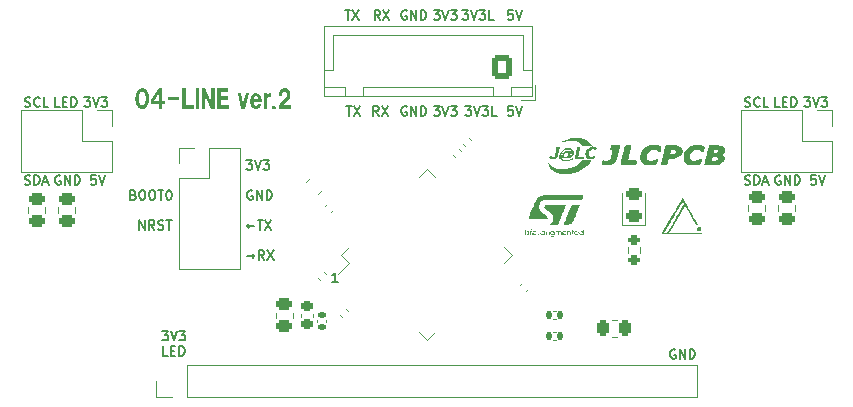
<source format=gbr>
%TF.GenerationSoftware,KiCad,Pcbnew,7.0.9*%
%TF.CreationDate,2024-06-25T21:03:02+09:00*%
%TF.ProjectId,04-line_sub,30342d6c-696e-4655-9f73-75622e6b6963,rev?*%
%TF.SameCoordinates,Original*%
%TF.FileFunction,Legend,Top*%
%TF.FilePolarity,Positive*%
%FSLAX46Y46*%
G04 Gerber Fmt 4.6, Leading zero omitted, Abs format (unit mm)*
G04 Created by KiCad (PCBNEW 7.0.9) date 2024-06-25 21:03:02*
%MOMM*%
%LPD*%
G01*
G04 APERTURE LIST*
G04 Aperture macros list*
%AMRoundRect*
0 Rectangle with rounded corners*
0 $1 Rounding radius*
0 $2 $3 $4 $5 $6 $7 $8 $9 X,Y pos of 4 corners*
0 Add a 4 corners polygon primitive as box body*
4,1,4,$2,$3,$4,$5,$6,$7,$8,$9,$2,$3,0*
0 Add four circle primitives for the rounded corners*
1,1,$1+$1,$2,$3*
1,1,$1+$1,$4,$5*
1,1,$1+$1,$6,$7*
1,1,$1+$1,$8,$9*
0 Add four rect primitives between the rounded corners*
20,1,$1+$1,$2,$3,$4,$5,0*
20,1,$1+$1,$4,$5,$6,$7,0*
20,1,$1+$1,$6,$7,$8,$9,0*
20,1,$1+$1,$8,$9,$2,$3,0*%
G04 Aperture macros list end*
%ADD10C,0.150000*%
%ADD11C,0.300000*%
%ADD12C,0.120000*%
%ADD13R,1.700000X1.700000*%
%ADD14O,1.700000X1.700000*%
%ADD15RoundRect,0.140000X-0.021213X0.219203X-0.219203X0.021213X0.021213X-0.219203X0.219203X-0.021213X0*%
%ADD16RoundRect,0.250000X-0.262500X-0.450000X0.262500X-0.450000X0.262500X0.450000X-0.262500X0.450000X0*%
%ADD17O,1.700000X1.950000*%
%ADD18RoundRect,0.250000X0.600000X0.725000X-0.600000X0.725000X-0.600000X-0.725000X0.600000X-0.725000X0*%
%ADD19RoundRect,0.075000X-0.441942X-0.548008X0.548008X0.441942X0.441942X0.548008X-0.548008X-0.441942X0*%
%ADD20RoundRect,0.075000X0.441942X-0.548008X0.548008X-0.441942X-0.441942X0.548008X-0.548008X0.441942X0*%
%ADD21RoundRect,0.250000X-0.450000X0.262500X-0.450000X-0.262500X0.450000X-0.262500X0.450000X0.262500X0*%
%ADD22RoundRect,0.225000X-0.250000X0.225000X-0.250000X-0.225000X0.250000X-0.225000X0.250000X0.225000X0*%
%ADD23RoundRect,0.140000X-0.170000X0.140000X-0.170000X-0.140000X0.170000X-0.140000X0.170000X0.140000X0*%
%ADD24RoundRect,0.140000X0.219203X0.021213X0.021213X0.219203X-0.219203X-0.021213X-0.021213X-0.219203X0*%
%ADD25RoundRect,0.140000X-0.219203X-0.021213X-0.021213X-0.219203X0.219203X0.021213X0.021213X0.219203X0*%
%ADD26RoundRect,0.200000X0.275000X-0.200000X0.275000X0.200000X-0.275000X0.200000X-0.275000X-0.200000X0*%
%ADD27RoundRect,0.250000X-0.132583X0.503814X-0.503814X0.132583X0.132583X-0.503814X0.503814X-0.132583X0*%
%ADD28RoundRect,0.243750X0.456250X-0.243750X0.456250X0.243750X-0.456250X0.243750X-0.456250X-0.243750X0*%
%ADD29RoundRect,0.140000X0.021213X-0.219203X0.219203X-0.021213X-0.021213X0.219203X-0.219203X0.021213X0*%
%ADD30RoundRect,0.140000X0.140000X0.170000X-0.140000X0.170000X-0.140000X-0.170000X0.140000X-0.170000X0*%
%ADD31RoundRect,0.140000X-0.140000X-0.170000X0.140000X-0.170000X0.140000X0.170000X-0.140000X0.170000X0*%
G04 APERTURE END LIST*
D10*
X108874112Y-85962295D02*
X108493160Y-85962295D01*
X108493160Y-85962295D02*
X108455064Y-86343247D01*
X108455064Y-86343247D02*
X108493160Y-86305152D01*
X108493160Y-86305152D02*
X108569350Y-86267057D01*
X108569350Y-86267057D02*
X108759826Y-86267057D01*
X108759826Y-86267057D02*
X108836017Y-86305152D01*
X108836017Y-86305152D02*
X108874112Y-86343247D01*
X108874112Y-86343247D02*
X108912207Y-86419438D01*
X108912207Y-86419438D02*
X108912207Y-86609914D01*
X108912207Y-86609914D02*
X108874112Y-86686104D01*
X108874112Y-86686104D02*
X108836017Y-86724200D01*
X108836017Y-86724200D02*
X108759826Y-86762295D01*
X108759826Y-86762295D02*
X108569350Y-86762295D01*
X108569350Y-86762295D02*
X108493160Y-86724200D01*
X108493160Y-86724200D02*
X108455064Y-86686104D01*
X109140779Y-85962295D02*
X109407446Y-86762295D01*
X109407446Y-86762295D02*
X109674112Y-85962295D01*
X94662874Y-77834295D02*
X95120017Y-77834295D01*
X94891445Y-78634295D02*
X94891445Y-77834295D01*
X95310493Y-77834295D02*
X95843827Y-78634295D01*
X95843827Y-77834295D02*
X95310493Y-78634295D01*
X94789874Y-85962295D02*
X95247017Y-85962295D01*
X95018445Y-86762295D02*
X95018445Y-85962295D01*
X95437493Y-85962295D02*
X95970827Y-86762295D01*
X95970827Y-85962295D02*
X95437493Y-86762295D01*
X94053207Y-100859295D02*
X93596064Y-100859295D01*
X93824636Y-100859295D02*
X93824636Y-100059295D01*
X93824636Y-100059295D02*
X93748445Y-100173580D01*
X93748445Y-100173580D02*
X93672255Y-100249771D01*
X93672255Y-100249771D02*
X93596064Y-100287866D01*
D11*
G36*
X77537907Y-84441187D02*
G01*
X77552949Y-84441830D01*
X77567791Y-84442902D01*
X77582434Y-84444402D01*
X77611121Y-84448688D01*
X77639009Y-84454689D01*
X77666098Y-84462404D01*
X77692389Y-84471833D01*
X77717882Y-84482978D01*
X77742575Y-84495836D01*
X77766471Y-84510409D01*
X77789567Y-84526696D01*
X77811865Y-84544698D01*
X77833365Y-84564415D01*
X77843815Y-84574916D01*
X77854066Y-84585846D01*
X77864117Y-84597204D01*
X77873969Y-84608991D01*
X77883620Y-84621207D01*
X77893072Y-84633851D01*
X77902325Y-84646924D01*
X77911378Y-84660425D01*
X77921168Y-84674127D01*
X77930663Y-84688120D01*
X77939864Y-84702405D01*
X77948770Y-84716983D01*
X77957381Y-84731852D01*
X77965697Y-84747013D01*
X77973718Y-84762466D01*
X77981445Y-84778211D01*
X77988877Y-84794248D01*
X77996014Y-84810577D01*
X78002856Y-84827198D01*
X78009403Y-84844111D01*
X78015656Y-84861316D01*
X78021613Y-84878813D01*
X78027276Y-84896601D01*
X78032644Y-84914682D01*
X78037718Y-84933055D01*
X78042496Y-84951719D01*
X78046980Y-84970676D01*
X78051169Y-84989924D01*
X78055063Y-85009464D01*
X78058662Y-85029297D01*
X78061966Y-85049421D01*
X78064976Y-85069837D01*
X78067691Y-85090545D01*
X78070111Y-85111546D01*
X78072236Y-85132838D01*
X78074066Y-85154422D01*
X78075602Y-85176298D01*
X78076843Y-85198465D01*
X78077789Y-85220925D01*
X78078440Y-85243677D01*
X78079832Y-85270017D01*
X78080848Y-85296050D01*
X78081489Y-85321777D01*
X78081754Y-85347198D01*
X78081644Y-85372312D01*
X78081158Y-85397121D01*
X78080296Y-85421623D01*
X78079058Y-85445819D01*
X78077445Y-85469708D01*
X78075456Y-85493291D01*
X78073091Y-85516568D01*
X78070351Y-85539539D01*
X78067235Y-85562204D01*
X78063744Y-85584562D01*
X78059877Y-85606614D01*
X78055634Y-85628360D01*
X78051015Y-85649799D01*
X78046021Y-85670932D01*
X78040651Y-85691759D01*
X78034905Y-85712280D01*
X78028784Y-85732494D01*
X78022287Y-85752403D01*
X78015415Y-85772004D01*
X78008167Y-85791300D01*
X78000543Y-85810289D01*
X77992543Y-85828973D01*
X77984168Y-85847350D01*
X77975417Y-85865420D01*
X77966291Y-85883185D01*
X77956788Y-85900643D01*
X77946910Y-85917795D01*
X77936657Y-85934640D01*
X77926559Y-85950711D01*
X77916278Y-85966272D01*
X77905814Y-85981323D01*
X77895166Y-85995863D01*
X77884335Y-86009893D01*
X77873322Y-86023413D01*
X77862125Y-86036423D01*
X77850744Y-86048923D01*
X77839181Y-86060912D01*
X77827435Y-86072392D01*
X77815505Y-86083361D01*
X77803392Y-86093820D01*
X77791096Y-86103768D01*
X77778616Y-86113207D01*
X77765954Y-86122135D01*
X77753108Y-86130553D01*
X77740080Y-86138461D01*
X77726868Y-86145859D01*
X77713472Y-86152747D01*
X77699894Y-86159124D01*
X77686132Y-86164991D01*
X77672188Y-86170348D01*
X77658060Y-86175195D01*
X77643749Y-86179532D01*
X77629254Y-86183358D01*
X77614577Y-86186674D01*
X77599716Y-86189480D01*
X77584672Y-86191776D01*
X77569445Y-86193562D01*
X77554035Y-86194837D01*
X77538442Y-86195603D01*
X77522665Y-86195858D01*
X77507452Y-86195652D01*
X77492404Y-86195034D01*
X77477522Y-86194003D01*
X77462805Y-86192561D01*
X77448253Y-86190706D01*
X77419645Y-86185760D01*
X77391698Y-86179165D01*
X77364413Y-86170922D01*
X77337788Y-86161030D01*
X77311825Y-86149490D01*
X77286523Y-86136301D01*
X77261882Y-86121463D01*
X77237903Y-86104977D01*
X77226161Y-86096115D01*
X77214584Y-86086842D01*
X77203173Y-86077156D01*
X77191927Y-86067058D01*
X77180846Y-86056548D01*
X77169931Y-86045626D01*
X77159180Y-86034291D01*
X77148596Y-86022545D01*
X77138176Y-86010386D01*
X77127922Y-85997815D01*
X77117833Y-85984832D01*
X77107516Y-85971130D01*
X77097494Y-85957136D01*
X77087767Y-85942849D01*
X77078334Y-85928269D01*
X77069196Y-85913396D01*
X77060354Y-85898231D01*
X77051806Y-85882773D01*
X77043552Y-85867023D01*
X77035594Y-85850980D01*
X77027930Y-85834644D01*
X77020562Y-85818016D01*
X77013488Y-85801095D01*
X77006708Y-85783881D01*
X77000224Y-85766374D01*
X76994035Y-85748575D01*
X76988140Y-85730484D01*
X76982540Y-85712099D01*
X76977235Y-85693422D01*
X76972224Y-85674452D01*
X76967509Y-85655190D01*
X76963088Y-85635635D01*
X76958962Y-85615787D01*
X76955131Y-85595647D01*
X76951595Y-85575214D01*
X76948353Y-85554488D01*
X76945407Y-85533470D01*
X76942755Y-85512159D01*
X76940398Y-85490555D01*
X76938336Y-85468659D01*
X76936568Y-85446470D01*
X76935096Y-85423988D01*
X76933918Y-85401214D01*
X76933593Y-85374844D01*
X76933624Y-85348766D01*
X76934013Y-85322981D01*
X76934057Y-85321484D01*
X77226547Y-85321484D01*
X77226656Y-85337798D01*
X77226941Y-85353953D01*
X77227400Y-85369947D01*
X77228035Y-85385781D01*
X77228846Y-85401454D01*
X77229831Y-85416967D01*
X77230992Y-85432320D01*
X77232329Y-85447513D01*
X77233840Y-85462545D01*
X77235527Y-85477418D01*
X77237389Y-85492129D01*
X77239427Y-85506681D01*
X77244028Y-85535303D01*
X77249330Y-85563284D01*
X77255334Y-85590624D01*
X77262039Y-85617323D01*
X77269445Y-85643381D01*
X77277552Y-85668797D01*
X77286360Y-85693572D01*
X77295620Y-85716865D01*
X77305354Y-85738841D01*
X77315564Y-85759501D01*
X77326248Y-85778844D01*
X77337408Y-85796870D01*
X77349043Y-85813580D01*
X77361153Y-85828973D01*
X77373738Y-85843049D01*
X77386798Y-85855809D01*
X77400334Y-85867252D01*
X77414344Y-85877379D01*
X77428830Y-85886188D01*
X77443791Y-85893682D01*
X77459227Y-85899858D01*
X77475138Y-85904718D01*
X77491524Y-85908262D01*
X77508855Y-85910530D01*
X77525768Y-85911382D01*
X77542263Y-85910816D01*
X77558340Y-85908834D01*
X77573999Y-85905435D01*
X77589240Y-85900620D01*
X77604064Y-85894387D01*
X77618469Y-85886738D01*
X77632457Y-85877672D01*
X77646027Y-85867189D01*
X77659179Y-85855289D01*
X77671913Y-85841973D01*
X77684229Y-85827240D01*
X77696127Y-85811089D01*
X77707608Y-85793523D01*
X77718670Y-85774539D01*
X77726586Y-85757942D01*
X77734120Y-85740576D01*
X77741275Y-85722439D01*
X77748048Y-85703533D01*
X77754441Y-85683857D01*
X77760453Y-85663410D01*
X77766084Y-85642194D01*
X77771335Y-85620208D01*
X77776205Y-85597452D01*
X77780694Y-85573926D01*
X77784803Y-85549630D01*
X77788531Y-85524564D01*
X77791879Y-85498728D01*
X77794845Y-85472122D01*
X77797431Y-85444747D01*
X77799637Y-85416601D01*
X77800587Y-85399798D01*
X77801378Y-85383140D01*
X77802010Y-85366628D01*
X77802482Y-85350260D01*
X77802794Y-85334038D01*
X77802947Y-85317962D01*
X77802940Y-85302030D01*
X77802774Y-85286244D01*
X77802448Y-85270603D01*
X77801962Y-85255107D01*
X77801317Y-85239757D01*
X77800512Y-85224552D01*
X77799548Y-85209492D01*
X77798424Y-85194577D01*
X77797141Y-85179808D01*
X77795698Y-85165184D01*
X77792334Y-85136371D01*
X77788331Y-85108139D01*
X77783690Y-85080489D01*
X77778410Y-85053420D01*
X77772493Y-85026931D01*
X77765937Y-85001024D01*
X77758743Y-84975697D01*
X77750910Y-84950952D01*
X77741684Y-84925782D01*
X77732048Y-84902111D01*
X77722003Y-84879940D01*
X77711549Y-84859269D01*
X77700685Y-84840098D01*
X77689412Y-84822427D01*
X77677730Y-84806255D01*
X77665639Y-84791584D01*
X77653138Y-84778412D01*
X77640228Y-84766740D01*
X77626909Y-84756567D01*
X77613180Y-84747895D01*
X77599042Y-84740722D01*
X77584495Y-84735049D01*
X77569538Y-84730876D01*
X77554173Y-84728203D01*
X77535854Y-84725883D01*
X77518086Y-84724785D01*
X77500867Y-84724910D01*
X77484197Y-84726256D01*
X77468077Y-84728825D01*
X77452506Y-84732616D01*
X77437486Y-84737629D01*
X77423014Y-84743865D01*
X77409092Y-84751322D01*
X77395720Y-84760002D01*
X77382897Y-84769904D01*
X77370624Y-84781028D01*
X77358900Y-84793374D01*
X77347726Y-84806942D01*
X77337102Y-84821733D01*
X77327027Y-84837745D01*
X77317115Y-84856327D01*
X77307712Y-84875618D01*
X77298820Y-84895620D01*
X77290436Y-84916331D01*
X77282562Y-84937751D01*
X77275198Y-84959882D01*
X77268343Y-84982723D01*
X77261997Y-85006273D01*
X77256161Y-85030533D01*
X77250834Y-85055503D01*
X77246017Y-85081183D01*
X77241710Y-85107573D01*
X77237911Y-85134672D01*
X77234623Y-85162482D01*
X77231844Y-85191001D01*
X77229574Y-85220230D01*
X77228631Y-85237506D01*
X77227864Y-85254622D01*
X77227272Y-85271578D01*
X77226855Y-85288374D01*
X77226613Y-85305009D01*
X77226547Y-85321484D01*
X76934057Y-85321484D01*
X76934759Y-85297487D01*
X76935862Y-85272285D01*
X76937322Y-85247375D01*
X76939140Y-85222757D01*
X76941314Y-85198431D01*
X76943845Y-85174397D01*
X76946733Y-85150655D01*
X76949979Y-85127205D01*
X76953581Y-85104047D01*
X76957541Y-85081180D01*
X76961857Y-85058606D01*
X76966531Y-85036324D01*
X76971562Y-85014333D01*
X76976950Y-84992635D01*
X76982694Y-84971228D01*
X76988796Y-84950113D01*
X76995255Y-84929291D01*
X77002071Y-84908760D01*
X77009244Y-84888521D01*
X77016774Y-84868574D01*
X77024662Y-84848920D01*
X77032906Y-84829557D01*
X77041507Y-84810486D01*
X77050466Y-84791707D01*
X77059781Y-84773220D01*
X77069454Y-84755024D01*
X77079483Y-84737121D01*
X77089870Y-84719510D01*
X77100614Y-84702191D01*
X77110719Y-84686120D01*
X77121024Y-84670559D01*
X77131528Y-84655508D01*
X77142230Y-84640968D01*
X77153132Y-84626938D01*
X77164232Y-84613417D01*
X77175532Y-84600408D01*
X77187030Y-84587908D01*
X77198727Y-84575918D01*
X77210623Y-84564439D01*
X77222718Y-84553470D01*
X77235012Y-84543011D01*
X77247505Y-84533062D01*
X77260197Y-84523624D01*
X77273087Y-84514696D01*
X77286177Y-84506277D01*
X77299466Y-84498369D01*
X77312953Y-84490972D01*
X77326640Y-84484084D01*
X77340525Y-84477707D01*
X77354609Y-84471840D01*
X77368892Y-84466483D01*
X77383375Y-84461636D01*
X77398056Y-84457299D01*
X77412936Y-84453473D01*
X77428014Y-84450156D01*
X77443292Y-84447350D01*
X77458769Y-84445055D01*
X77474445Y-84443269D01*
X77490319Y-84441993D01*
X77506393Y-84441228D01*
X77522665Y-84440973D01*
X77537907Y-84441187D01*
G37*
G36*
X79217466Y-85521015D02*
G01*
X79407243Y-85521015D01*
X79407243Y-85808244D01*
X79217466Y-85808244D01*
X79217466Y-86179371D01*
X78930237Y-86179371D01*
X78930237Y-85808244D01*
X78295694Y-85808244D01*
X78295694Y-85512588D01*
X78534563Y-85512588D01*
X78930237Y-85512588D01*
X78930237Y-84888670D01*
X78534563Y-85512588D01*
X78295694Y-85512588D01*
X78295694Y-85438583D01*
X78918879Y-84457459D01*
X79217466Y-84457459D01*
X79217466Y-85521015D01*
G37*
G36*
X79665530Y-85207773D02*
G01*
X80620275Y-85207773D01*
X80620275Y-85462030D01*
X79665530Y-85462030D01*
X79665530Y-85207773D01*
G37*
G36*
X80911535Y-86179371D02*
G01*
X80911535Y-84457459D01*
X81190704Y-84457459D01*
X81190704Y-85883715D01*
X81874706Y-85883715D01*
X81874706Y-86179371D01*
X80911535Y-86179371D01*
G37*
G36*
X82026748Y-86187431D02*
G01*
X82026748Y-84449399D01*
X82322404Y-84449399D01*
X82322404Y-86187431D01*
X82026748Y-86187431D01*
G37*
G36*
X82535261Y-86179371D02*
G01*
X82535261Y-84457459D01*
X82851067Y-84457459D01*
X83368007Y-85570108D01*
X83368007Y-84457459D01*
X83655237Y-84457459D01*
X83655237Y-86179371D01*
X83363977Y-86179371D01*
X82822491Y-85040711D01*
X82822491Y-86179371D01*
X82535261Y-86179371D01*
G37*
G36*
X83862965Y-86179371D02*
G01*
X83862965Y-84457459D01*
X84809651Y-84457459D01*
X84809651Y-84736629D01*
X84150195Y-84736629D01*
X84150195Y-85133401D01*
X84735645Y-85133401D01*
X84735645Y-85420631D01*
X84150195Y-85420631D01*
X84150195Y-85900202D01*
X84826137Y-85900202D01*
X84826137Y-86179371D01*
X83862965Y-86179371D01*
G37*
G36*
X85596601Y-84878046D02*
G01*
X85876137Y-84878046D01*
X86072875Y-85696137D01*
X86261919Y-84878046D01*
X86549881Y-84878046D01*
X86230778Y-86179371D01*
X85907278Y-86179371D01*
X85596601Y-84878046D01*
G37*
G36*
X87145649Y-84870213D02*
G01*
X87168453Y-84871995D01*
X87190918Y-84874964D01*
X87213046Y-84879122D01*
X87234836Y-84884467D01*
X87256288Y-84891000D01*
X87277403Y-84898721D01*
X87298180Y-84907629D01*
X87318619Y-84917726D01*
X87338720Y-84929010D01*
X87358484Y-84941482D01*
X87377910Y-84955142D01*
X87396998Y-84969990D01*
X87415748Y-84986026D01*
X87434161Y-85003249D01*
X87452236Y-85021660D01*
X87463100Y-85033888D01*
X87473620Y-85046390D01*
X87483794Y-85059167D01*
X87493624Y-85072219D01*
X87503108Y-85085545D01*
X87512248Y-85099146D01*
X87521043Y-85113022D01*
X87529493Y-85127173D01*
X87537598Y-85141599D01*
X87545358Y-85156299D01*
X87552774Y-85171274D01*
X87559844Y-85186524D01*
X87566570Y-85202049D01*
X87572950Y-85217848D01*
X87578986Y-85233923D01*
X87584677Y-85250272D01*
X87590023Y-85266895D01*
X87595024Y-85283794D01*
X87599680Y-85300967D01*
X87603991Y-85318415D01*
X87607957Y-85336138D01*
X87611579Y-85354136D01*
X87614855Y-85372408D01*
X87617787Y-85390956D01*
X87620374Y-85409778D01*
X87622615Y-85428874D01*
X87624512Y-85448246D01*
X87626064Y-85467892D01*
X87627272Y-85487813D01*
X87628134Y-85508009D01*
X87628651Y-85528480D01*
X87628824Y-85549225D01*
X87628824Y-85634954D01*
X86937128Y-85634954D01*
X86939449Y-85661862D01*
X86942566Y-85687539D01*
X86946479Y-85711985D01*
X86951187Y-85735201D01*
X86956691Y-85757185D01*
X86962991Y-85777939D01*
X86970086Y-85797462D01*
X86977978Y-85815755D01*
X86986664Y-85832817D01*
X86996147Y-85848648D01*
X87006425Y-85863248D01*
X87017499Y-85876617D01*
X87029369Y-85888756D01*
X87042034Y-85899664D01*
X87055495Y-85909341D01*
X87069752Y-85917787D01*
X87086846Y-85924398D01*
X87103231Y-85929804D01*
X87118908Y-85934006D01*
X87133877Y-85937004D01*
X87152733Y-85939128D01*
X87170330Y-85939111D01*
X87186668Y-85936953D01*
X87201746Y-85932654D01*
X87215565Y-85926214D01*
X87231180Y-85916928D01*
X87245738Y-85906658D01*
X87259241Y-85895402D01*
X87271687Y-85883160D01*
X87283077Y-85869934D01*
X87293411Y-85855722D01*
X87302689Y-85840524D01*
X87310911Y-85824342D01*
X87318077Y-85807174D01*
X87324186Y-85789020D01*
X87327672Y-85776371D01*
X87608307Y-85776371D01*
X87599398Y-85802179D01*
X87590116Y-85827168D01*
X87580464Y-85851338D01*
X87570440Y-85874688D01*
X87560045Y-85897219D01*
X87549278Y-85918931D01*
X87538140Y-85939823D01*
X87526631Y-85959896D01*
X87514750Y-85979150D01*
X87502498Y-85997585D01*
X87489875Y-86015200D01*
X87476880Y-86031996D01*
X87463514Y-86047972D01*
X87449776Y-86063130D01*
X87435667Y-86077467D01*
X87421187Y-86090986D01*
X87406335Y-86103685D01*
X87391112Y-86115565D01*
X87375517Y-86126626D01*
X87359552Y-86136867D01*
X87343214Y-86146290D01*
X87326506Y-86154892D01*
X87309426Y-86162676D01*
X87291975Y-86169640D01*
X87274152Y-86175785D01*
X87255958Y-86181110D01*
X87237392Y-86185616D01*
X87218456Y-86189303D01*
X87199147Y-86192171D01*
X87179468Y-86194219D01*
X87159417Y-86195448D01*
X87138995Y-86195858D01*
X87114863Y-86195261D01*
X87091196Y-86193471D01*
X87067992Y-86190487D01*
X87045251Y-86186309D01*
X87022974Y-86180939D01*
X87001162Y-86174374D01*
X86979812Y-86166616D01*
X86958927Y-86157664D01*
X86938505Y-86147519D01*
X86918546Y-86136181D01*
X86899052Y-86123648D01*
X86880021Y-86109923D01*
X86861454Y-86095003D01*
X86843350Y-86078890D01*
X86825710Y-86061584D01*
X86808534Y-86043084D01*
X86792186Y-86023684D01*
X86776758Y-86003311D01*
X86762248Y-85981964D01*
X86748656Y-85959644D01*
X86735984Y-85936352D01*
X86724230Y-85912086D01*
X86713395Y-85886847D01*
X86703479Y-85860635D01*
X86694482Y-85833449D01*
X86686403Y-85805291D01*
X86682708Y-85790846D01*
X86679243Y-85776159D01*
X86676008Y-85761228D01*
X86673002Y-85746054D01*
X86670226Y-85730637D01*
X86667680Y-85714976D01*
X86665363Y-85699072D01*
X86663276Y-85682925D01*
X86661419Y-85666534D01*
X86659792Y-85649901D01*
X86658394Y-85633024D01*
X86657226Y-85615903D01*
X86656334Y-85598236D01*
X86655719Y-85580682D01*
X86655381Y-85563240D01*
X86655319Y-85545910D01*
X86655535Y-85528693D01*
X86656028Y-85511588D01*
X86656797Y-85494595D01*
X86657844Y-85477715D01*
X86659167Y-85460947D01*
X86660768Y-85444292D01*
X86662645Y-85427748D01*
X86664799Y-85411317D01*
X86667230Y-85394999D01*
X86668212Y-85389124D01*
X86938227Y-85389124D01*
X87340495Y-85389124D01*
X87337123Y-85360609D01*
X87332778Y-85333682D01*
X87327460Y-85308345D01*
X87321169Y-85284595D01*
X87313905Y-85262435D01*
X87305667Y-85241862D01*
X87296457Y-85222879D01*
X87286273Y-85205484D01*
X87275116Y-85189677D01*
X87262986Y-85175459D01*
X87249883Y-85162829D01*
X87235806Y-85151788D01*
X87220757Y-85142336D01*
X87204734Y-85134472D01*
X87187738Y-85128197D01*
X87169769Y-85123510D01*
X87152786Y-85121643D01*
X87136182Y-85121676D01*
X87119959Y-85123609D01*
X87104116Y-85127442D01*
X87088652Y-85133175D01*
X87073569Y-85140807D01*
X87058865Y-85150340D01*
X87044541Y-85161772D01*
X87030598Y-85175104D01*
X87017034Y-85190335D01*
X87008203Y-85201545D01*
X86998125Y-85216765D01*
X86988775Y-85232474D01*
X86980153Y-85248673D01*
X86972259Y-85265361D01*
X86965092Y-85282539D01*
X86958653Y-85300206D01*
X86952942Y-85318362D01*
X86947959Y-85337008D01*
X86943703Y-85356144D01*
X86940175Y-85375769D01*
X86938227Y-85389124D01*
X86668212Y-85389124D01*
X86669938Y-85378793D01*
X86672923Y-85362699D01*
X86676185Y-85346717D01*
X86679724Y-85330848D01*
X86683539Y-85315091D01*
X86687632Y-85299446D01*
X86692002Y-85283914D01*
X86696648Y-85268494D01*
X86701571Y-85253187D01*
X86706772Y-85237992D01*
X86712249Y-85222909D01*
X86718003Y-85207938D01*
X86724034Y-85193080D01*
X86730342Y-85178334D01*
X86736927Y-85163701D01*
X86743789Y-85149180D01*
X86750928Y-85134771D01*
X86758343Y-85120475D01*
X86766036Y-85106290D01*
X86774569Y-85091730D01*
X86783271Y-85077631D01*
X86792140Y-85063995D01*
X86801178Y-85050821D01*
X86810384Y-85038109D01*
X86819758Y-85025859D01*
X86829301Y-85014072D01*
X86839011Y-85002747D01*
X86848890Y-84991884D01*
X86869151Y-84971545D01*
X86890086Y-84953055D01*
X86911692Y-84936414D01*
X86933972Y-84921622D01*
X86956924Y-84908679D01*
X86980549Y-84897585D01*
X87004846Y-84888340D01*
X87029816Y-84880944D01*
X87055459Y-84875397D01*
X87081774Y-84871699D01*
X87108762Y-84869850D01*
X87122508Y-84869619D01*
X87145649Y-84870213D01*
G37*
G36*
X87805045Y-84878046D02*
G01*
X88075788Y-84878046D01*
X88075788Y-85014699D01*
X88086437Y-84999207D01*
X88097774Y-84984603D01*
X88109801Y-84970888D01*
X88122517Y-84958062D01*
X88135922Y-84946124D01*
X88150015Y-84935075D01*
X88164798Y-84924915D01*
X88180271Y-84915644D01*
X88196432Y-84907261D01*
X88213282Y-84899767D01*
X88224898Y-84895265D01*
X88242324Y-84889323D01*
X88260344Y-84884503D01*
X88278960Y-84880805D01*
X88298171Y-84878229D01*
X88312970Y-84877033D01*
X88328104Y-84876468D01*
X88343573Y-84876535D01*
X88359377Y-84877233D01*
X88375516Y-84878561D01*
X88380969Y-84879145D01*
X88380969Y-85156849D01*
X88327847Y-85156849D01*
X88307521Y-85157538D01*
X88287897Y-85159605D01*
X88268975Y-85163050D01*
X88250756Y-85167874D01*
X88233238Y-85174076D01*
X88216422Y-85181656D01*
X88200308Y-85190614D01*
X88184896Y-85200950D01*
X88170186Y-85212664D01*
X88156178Y-85225757D01*
X88147229Y-85235251D01*
X88134462Y-85252102D01*
X88122950Y-85269958D01*
X88112695Y-85288819D01*
X88103695Y-85308684D01*
X88098392Y-85322485D01*
X88093648Y-85336734D01*
X88089462Y-85351428D01*
X88085834Y-85366569D01*
X88082765Y-85382157D01*
X88080253Y-85398191D01*
X88078300Y-85414672D01*
X88076904Y-85431599D01*
X88076067Y-85448973D01*
X88075788Y-85466793D01*
X88075788Y-86179371D01*
X87805045Y-86179371D01*
X87805045Y-84878046D01*
G37*
G36*
X88654277Y-85921451D02*
G01*
X88669705Y-85922275D01*
X88684846Y-85924748D01*
X88699701Y-85928870D01*
X88714269Y-85934640D01*
X88728552Y-85942059D01*
X88742548Y-85951127D01*
X88756258Y-85961843D01*
X88769682Y-85974207D01*
X88780158Y-85985662D01*
X88789237Y-85997678D01*
X88796919Y-86010254D01*
X88804557Y-86026764D01*
X88810014Y-86044150D01*
X88812807Y-86058690D01*
X88814204Y-86073791D01*
X88814378Y-86081552D01*
X88813680Y-86096934D01*
X88811585Y-86111754D01*
X88808093Y-86126014D01*
X88801764Y-86143050D01*
X88793252Y-86159209D01*
X88784872Y-86171505D01*
X88775094Y-86183240D01*
X88769682Y-86188897D01*
X88756258Y-86201262D01*
X88742548Y-86211978D01*
X88728552Y-86221045D01*
X88714269Y-86228464D01*
X88699701Y-86234234D01*
X88684846Y-86238356D01*
X88669705Y-86240829D01*
X88654277Y-86241653D01*
X88638764Y-86240829D01*
X88623548Y-86238356D01*
X88608631Y-86234234D01*
X88594010Y-86228464D01*
X88579688Y-86221045D01*
X88565663Y-86211978D01*
X88551936Y-86201262D01*
X88538506Y-86188897D01*
X88528116Y-86177442D01*
X88519112Y-86165427D01*
X88511492Y-86152850D01*
X88503917Y-86136340D01*
X88498505Y-86118954D01*
X88495735Y-86104414D01*
X88494349Y-86089313D01*
X88494176Y-86081552D01*
X88494869Y-86066171D01*
X88496947Y-86051350D01*
X88500410Y-86037090D01*
X88506687Y-86020055D01*
X88515129Y-86003896D01*
X88523441Y-85991600D01*
X88533138Y-85979865D01*
X88538506Y-85974207D01*
X88551936Y-85961843D01*
X88565663Y-85951127D01*
X88579688Y-85942059D01*
X88594010Y-85934640D01*
X88608631Y-85928870D01*
X88623548Y-85924748D01*
X88638764Y-85922275D01*
X88654277Y-85921451D01*
G37*
G36*
X89060209Y-85074417D02*
G01*
X89060357Y-85056010D01*
X89060800Y-85037838D01*
X89061539Y-85019900D01*
X89062573Y-85002197D01*
X89063903Y-84984729D01*
X89065528Y-84967496D01*
X89067449Y-84950497D01*
X89069666Y-84933733D01*
X89072178Y-84917204D01*
X89074985Y-84900909D01*
X89078088Y-84884849D01*
X89081487Y-84869024D01*
X89085181Y-84853433D01*
X89089170Y-84838078D01*
X89093455Y-84822956D01*
X89098036Y-84808070D01*
X89102912Y-84793418D01*
X89108084Y-84779001D01*
X89113551Y-84764819D01*
X89119314Y-84750871D01*
X89125372Y-84737158D01*
X89131726Y-84723680D01*
X89138375Y-84710437D01*
X89145320Y-84697428D01*
X89152560Y-84684654D01*
X89167927Y-84659810D01*
X89184477Y-84635905D01*
X89202208Y-84612938D01*
X89211517Y-84601807D01*
X89230753Y-84582331D01*
X89250449Y-84564111D01*
X89270606Y-84547148D01*
X89291224Y-84531442D01*
X89312303Y-84516992D01*
X89333843Y-84503799D01*
X89355843Y-84491862D01*
X89378305Y-84481181D01*
X89401227Y-84471758D01*
X89424610Y-84463590D01*
X89448453Y-84456679D01*
X89472758Y-84451025D01*
X89497523Y-84446627D01*
X89522749Y-84443486D01*
X89548436Y-84441601D01*
X89574584Y-84440973D01*
X89597065Y-84441352D01*
X89619033Y-84442489D01*
X89640488Y-84444383D01*
X89661430Y-84447035D01*
X89681859Y-84450445D01*
X89701774Y-84454613D01*
X89721177Y-84459538D01*
X89740066Y-84465222D01*
X89758443Y-84471663D01*
X89776306Y-84478862D01*
X89793657Y-84486818D01*
X89810494Y-84495533D01*
X89826819Y-84505005D01*
X89842630Y-84515235D01*
X89857928Y-84526222D01*
X89872713Y-84537968D01*
X89886985Y-84550471D01*
X89900744Y-84563732D01*
X89913990Y-84577751D01*
X89926723Y-84592528D01*
X89938943Y-84608062D01*
X89950650Y-84624354D01*
X89961844Y-84641404D01*
X89972525Y-84659212D01*
X89982692Y-84677777D01*
X89992347Y-84697100D01*
X90001488Y-84717181D01*
X90010117Y-84738020D01*
X90018232Y-84759617D01*
X90025835Y-84781971D01*
X90032924Y-84805083D01*
X90039501Y-84828953D01*
X90045851Y-84854543D01*
X90051303Y-84879886D01*
X90055855Y-84904981D01*
X90059507Y-84929829D01*
X90062261Y-84954429D01*
X90064114Y-84978781D01*
X90065068Y-85002886D01*
X90065123Y-85026744D01*
X90064278Y-85050353D01*
X90062534Y-85073716D01*
X90059891Y-85096830D01*
X90056348Y-85119697D01*
X90051905Y-85142317D01*
X90046563Y-85164688D01*
X90040322Y-85186813D01*
X90033181Y-85208689D01*
X90025140Y-85230318D01*
X90016201Y-85251700D01*
X90006361Y-85272834D01*
X89995623Y-85293720D01*
X89983985Y-85314359D01*
X89971447Y-85334750D01*
X89958010Y-85354894D01*
X89943673Y-85374790D01*
X89928437Y-85394438D01*
X89912302Y-85413839D01*
X89895267Y-85432992D01*
X89877333Y-85451898D01*
X89858499Y-85470556D01*
X89838766Y-85488967D01*
X89818133Y-85507130D01*
X89796601Y-85525045D01*
X89598764Y-85697969D01*
X89580788Y-85714022D01*
X89563679Y-85729482D01*
X89547438Y-85744350D01*
X89532063Y-85758625D01*
X89517556Y-85772308D01*
X89503916Y-85785398D01*
X89491143Y-85797896D01*
X89479238Y-85809801D01*
X89468200Y-85821114D01*
X89458029Y-85831835D01*
X89444399Y-85846805D01*
X89432720Y-85860441D01*
X89422992Y-85872745D01*
X89415216Y-85883715D01*
X90072840Y-85883715D01*
X90072840Y-86179371D01*
X89060575Y-86179371D01*
X89060344Y-86154714D01*
X89060750Y-86130293D01*
X89061792Y-86106108D01*
X89063472Y-86082159D01*
X89065788Y-86058446D01*
X89068741Y-86034970D01*
X89072331Y-86011729D01*
X89076558Y-85988725D01*
X89081421Y-85965956D01*
X89086922Y-85943424D01*
X89093059Y-85921128D01*
X89099833Y-85899068D01*
X89107244Y-85877245D01*
X89115292Y-85855657D01*
X89123977Y-85834306D01*
X89133299Y-85813190D01*
X89143257Y-85792311D01*
X89153852Y-85771668D01*
X89165084Y-85751261D01*
X89176953Y-85731090D01*
X89189459Y-85711156D01*
X89202601Y-85691457D01*
X89216381Y-85671995D01*
X89230797Y-85652769D01*
X89245850Y-85633778D01*
X89261540Y-85615024D01*
X89277867Y-85596507D01*
X89294831Y-85578225D01*
X89312431Y-85560179D01*
X89330669Y-85542370D01*
X89349543Y-85524797D01*
X89369054Y-85507459D01*
X89599863Y-85309623D01*
X89611681Y-85299013D01*
X89623045Y-85288296D01*
X89633955Y-85277472D01*
X89644411Y-85266541D01*
X89654414Y-85255502D01*
X89663963Y-85244355D01*
X89681700Y-85221741D01*
X89697623Y-85198697D01*
X89711730Y-85175224D01*
X89724024Y-85151322D01*
X89734502Y-85126990D01*
X89743166Y-85102229D01*
X89750016Y-85077039D01*
X89755050Y-85051419D01*
X89758270Y-85025370D01*
X89759676Y-84998891D01*
X89759266Y-84971984D01*
X89757042Y-84944647D01*
X89753004Y-84916880D01*
X89748849Y-84902410D01*
X89741807Y-84881741D01*
X89733792Y-84862315D01*
X89724805Y-84844131D01*
X89714846Y-84827191D01*
X89703914Y-84811494D01*
X89692010Y-84797039D01*
X89679133Y-84783827D01*
X89665284Y-84771859D01*
X89650462Y-84761133D01*
X89634668Y-84751650D01*
X89620166Y-84743877D01*
X89605375Y-84737868D01*
X89590293Y-84733624D01*
X89574922Y-84731145D01*
X89559261Y-84730430D01*
X89543310Y-84731480D01*
X89527070Y-84734294D01*
X89510539Y-84738873D01*
X89493719Y-84745216D01*
X89476609Y-84753324D01*
X89465041Y-84759710D01*
X89450690Y-84769268D01*
X89437129Y-84780175D01*
X89424358Y-84792429D01*
X89412377Y-84806032D01*
X89401185Y-84820983D01*
X89390784Y-84837282D01*
X89381173Y-84854929D01*
X89372351Y-84873924D01*
X89364320Y-84894267D01*
X89357078Y-84915959D01*
X89350627Y-84938998D01*
X89344965Y-84963386D01*
X89340094Y-84989121D01*
X89336012Y-85016205D01*
X89332721Y-85044637D01*
X89331371Y-85059358D01*
X89330219Y-85074417D01*
X89060209Y-85074417D01*
G37*
D10*
X99888207Y-77872390D02*
X99812017Y-77834295D01*
X99812017Y-77834295D02*
X99697731Y-77834295D01*
X99697731Y-77834295D02*
X99583445Y-77872390D01*
X99583445Y-77872390D02*
X99507255Y-77948580D01*
X99507255Y-77948580D02*
X99469160Y-78024771D01*
X99469160Y-78024771D02*
X99431064Y-78177152D01*
X99431064Y-78177152D02*
X99431064Y-78291438D01*
X99431064Y-78291438D02*
X99469160Y-78443819D01*
X99469160Y-78443819D02*
X99507255Y-78520009D01*
X99507255Y-78520009D02*
X99583445Y-78596200D01*
X99583445Y-78596200D02*
X99697731Y-78634295D01*
X99697731Y-78634295D02*
X99773922Y-78634295D01*
X99773922Y-78634295D02*
X99888207Y-78596200D01*
X99888207Y-78596200D02*
X99926303Y-78558104D01*
X99926303Y-78558104D02*
X99926303Y-78291438D01*
X99926303Y-78291438D02*
X99773922Y-78291438D01*
X100269160Y-78634295D02*
X100269160Y-77834295D01*
X100269160Y-77834295D02*
X100726303Y-78634295D01*
X100726303Y-78634295D02*
X100726303Y-77834295D01*
X101107255Y-78634295D02*
X101107255Y-77834295D01*
X101107255Y-77834295D02*
X101297731Y-77834295D01*
X101297731Y-77834295D02*
X101412017Y-77872390D01*
X101412017Y-77872390D02*
X101488207Y-77948580D01*
X101488207Y-77948580D02*
X101526302Y-78024771D01*
X101526302Y-78024771D02*
X101564398Y-78177152D01*
X101564398Y-78177152D02*
X101564398Y-78291438D01*
X101564398Y-78291438D02*
X101526302Y-78443819D01*
X101526302Y-78443819D02*
X101488207Y-78520009D01*
X101488207Y-78520009D02*
X101412017Y-78596200D01*
X101412017Y-78596200D02*
X101297731Y-78634295D01*
X101297731Y-78634295D02*
X101107255Y-78634295D01*
X86318969Y-90534295D02*
X86814207Y-90534295D01*
X86814207Y-90534295D02*
X86547541Y-90839057D01*
X86547541Y-90839057D02*
X86661826Y-90839057D01*
X86661826Y-90839057D02*
X86738017Y-90877152D01*
X86738017Y-90877152D02*
X86776112Y-90915247D01*
X86776112Y-90915247D02*
X86814207Y-90991438D01*
X86814207Y-90991438D02*
X86814207Y-91181914D01*
X86814207Y-91181914D02*
X86776112Y-91258104D01*
X86776112Y-91258104D02*
X86738017Y-91296200D01*
X86738017Y-91296200D02*
X86661826Y-91334295D01*
X86661826Y-91334295D02*
X86433255Y-91334295D01*
X86433255Y-91334295D02*
X86357064Y-91296200D01*
X86357064Y-91296200D02*
X86318969Y-91258104D01*
X87042779Y-90534295D02*
X87309446Y-91334295D01*
X87309446Y-91334295D02*
X87576112Y-90534295D01*
X87766588Y-90534295D02*
X88261826Y-90534295D01*
X88261826Y-90534295D02*
X87995160Y-90839057D01*
X87995160Y-90839057D02*
X88109445Y-90839057D01*
X88109445Y-90839057D02*
X88185636Y-90877152D01*
X88185636Y-90877152D02*
X88223731Y-90915247D01*
X88223731Y-90915247D02*
X88261826Y-90991438D01*
X88261826Y-90991438D02*
X88261826Y-91181914D01*
X88261826Y-91181914D02*
X88223731Y-91258104D01*
X88223731Y-91258104D02*
X88185636Y-91296200D01*
X88185636Y-91296200D02*
X88109445Y-91334295D01*
X88109445Y-91334295D02*
X87880874Y-91334295D01*
X87880874Y-91334295D02*
X87804683Y-91296200D01*
X87804683Y-91296200D02*
X87766588Y-91258104D01*
X134528112Y-91804295D02*
X134147160Y-91804295D01*
X134147160Y-91804295D02*
X134109064Y-92185247D01*
X134109064Y-92185247D02*
X134147160Y-92147152D01*
X134147160Y-92147152D02*
X134223350Y-92109057D01*
X134223350Y-92109057D02*
X134413826Y-92109057D01*
X134413826Y-92109057D02*
X134490017Y-92147152D01*
X134490017Y-92147152D02*
X134528112Y-92185247D01*
X134528112Y-92185247D02*
X134566207Y-92261438D01*
X134566207Y-92261438D02*
X134566207Y-92451914D01*
X134566207Y-92451914D02*
X134528112Y-92528104D01*
X134528112Y-92528104D02*
X134490017Y-92566200D01*
X134490017Y-92566200D02*
X134413826Y-92604295D01*
X134413826Y-92604295D02*
X134223350Y-92604295D01*
X134223350Y-92604295D02*
X134147160Y-92566200D01*
X134147160Y-92566200D02*
X134109064Y-92528104D01*
X134794779Y-91804295D02*
X135061446Y-92604295D01*
X135061446Y-92604295D02*
X135328112Y-91804295D01*
X86814207Y-93112390D02*
X86738017Y-93074295D01*
X86738017Y-93074295D02*
X86623731Y-93074295D01*
X86623731Y-93074295D02*
X86509445Y-93112390D01*
X86509445Y-93112390D02*
X86433255Y-93188580D01*
X86433255Y-93188580D02*
X86395160Y-93264771D01*
X86395160Y-93264771D02*
X86357064Y-93417152D01*
X86357064Y-93417152D02*
X86357064Y-93531438D01*
X86357064Y-93531438D02*
X86395160Y-93683819D01*
X86395160Y-93683819D02*
X86433255Y-93760009D01*
X86433255Y-93760009D02*
X86509445Y-93836200D01*
X86509445Y-93836200D02*
X86623731Y-93874295D01*
X86623731Y-93874295D02*
X86699922Y-93874295D01*
X86699922Y-93874295D02*
X86814207Y-93836200D01*
X86814207Y-93836200D02*
X86852303Y-93798104D01*
X86852303Y-93798104D02*
X86852303Y-93531438D01*
X86852303Y-93531438D02*
X86699922Y-93531438D01*
X87195160Y-93874295D02*
X87195160Y-93074295D01*
X87195160Y-93074295D02*
X87652303Y-93874295D01*
X87652303Y-93874295D02*
X87652303Y-93074295D01*
X88033255Y-93874295D02*
X88033255Y-93074295D01*
X88033255Y-93074295D02*
X88223731Y-93074295D01*
X88223731Y-93074295D02*
X88338017Y-93112390D01*
X88338017Y-93112390D02*
X88414207Y-93188580D01*
X88414207Y-93188580D02*
X88452302Y-93264771D01*
X88452302Y-93264771D02*
X88490398Y-93417152D01*
X88490398Y-93417152D02*
X88490398Y-93531438D01*
X88490398Y-93531438D02*
X88452302Y-93683819D01*
X88452302Y-93683819D02*
X88414207Y-93760009D01*
X88414207Y-93760009D02*
X88338017Y-93836200D01*
X88338017Y-93836200D02*
X88223731Y-93874295D01*
X88223731Y-93874295D02*
X88033255Y-93874295D01*
X122628207Y-106574390D02*
X122552017Y-106536295D01*
X122552017Y-106536295D02*
X122437731Y-106536295D01*
X122437731Y-106536295D02*
X122323445Y-106574390D01*
X122323445Y-106574390D02*
X122247255Y-106650580D01*
X122247255Y-106650580D02*
X122209160Y-106726771D01*
X122209160Y-106726771D02*
X122171064Y-106879152D01*
X122171064Y-106879152D02*
X122171064Y-106993438D01*
X122171064Y-106993438D02*
X122209160Y-107145819D01*
X122209160Y-107145819D02*
X122247255Y-107222009D01*
X122247255Y-107222009D02*
X122323445Y-107298200D01*
X122323445Y-107298200D02*
X122437731Y-107336295D01*
X122437731Y-107336295D02*
X122513922Y-107336295D01*
X122513922Y-107336295D02*
X122628207Y-107298200D01*
X122628207Y-107298200D02*
X122666303Y-107260104D01*
X122666303Y-107260104D02*
X122666303Y-106993438D01*
X122666303Y-106993438D02*
X122513922Y-106993438D01*
X123009160Y-107336295D02*
X123009160Y-106536295D01*
X123009160Y-106536295D02*
X123466303Y-107336295D01*
X123466303Y-107336295D02*
X123466303Y-106536295D01*
X123847255Y-107336295D02*
X123847255Y-106536295D01*
X123847255Y-106536295D02*
X124037731Y-106536295D01*
X124037731Y-106536295D02*
X124152017Y-106574390D01*
X124152017Y-106574390D02*
X124228207Y-106650580D01*
X124228207Y-106650580D02*
X124266302Y-106726771D01*
X124266302Y-106726771D02*
X124304398Y-106879152D01*
X124304398Y-106879152D02*
X124304398Y-106993438D01*
X124304398Y-106993438D02*
X124266302Y-107145819D01*
X124266302Y-107145819D02*
X124228207Y-107222009D01*
X124228207Y-107222009D02*
X124152017Y-107298200D01*
X124152017Y-107298200D02*
X124037731Y-107336295D01*
X124037731Y-107336295D02*
X123847255Y-107336295D01*
X97520303Y-86762295D02*
X97253636Y-86381342D01*
X97063160Y-86762295D02*
X97063160Y-85962295D01*
X97063160Y-85962295D02*
X97367922Y-85962295D01*
X97367922Y-85962295D02*
X97444112Y-86000390D01*
X97444112Y-86000390D02*
X97482207Y-86038485D01*
X97482207Y-86038485D02*
X97520303Y-86114676D01*
X97520303Y-86114676D02*
X97520303Y-86228961D01*
X97520303Y-86228961D02*
X97482207Y-86305152D01*
X97482207Y-86305152D02*
X97444112Y-86343247D01*
X97444112Y-86343247D02*
X97367922Y-86381342D01*
X97367922Y-86381342D02*
X97063160Y-86381342D01*
X97786969Y-85962295D02*
X98320303Y-86762295D01*
X98320303Y-85962295D02*
X97786969Y-86762295D01*
X102186969Y-85962295D02*
X102682207Y-85962295D01*
X102682207Y-85962295D02*
X102415541Y-86267057D01*
X102415541Y-86267057D02*
X102529826Y-86267057D01*
X102529826Y-86267057D02*
X102606017Y-86305152D01*
X102606017Y-86305152D02*
X102644112Y-86343247D01*
X102644112Y-86343247D02*
X102682207Y-86419438D01*
X102682207Y-86419438D02*
X102682207Y-86609914D01*
X102682207Y-86609914D02*
X102644112Y-86686104D01*
X102644112Y-86686104D02*
X102606017Y-86724200D01*
X102606017Y-86724200D02*
X102529826Y-86762295D01*
X102529826Y-86762295D02*
X102301255Y-86762295D01*
X102301255Y-86762295D02*
X102225064Y-86724200D01*
X102225064Y-86724200D02*
X102186969Y-86686104D01*
X102910779Y-85962295D02*
X103177446Y-86762295D01*
X103177446Y-86762295D02*
X103444112Y-85962295D01*
X103634588Y-85962295D02*
X104129826Y-85962295D01*
X104129826Y-85962295D02*
X103863160Y-86267057D01*
X103863160Y-86267057D02*
X103977445Y-86267057D01*
X103977445Y-86267057D02*
X104053636Y-86305152D01*
X104053636Y-86305152D02*
X104091731Y-86343247D01*
X104091731Y-86343247D02*
X104129826Y-86419438D01*
X104129826Y-86419438D02*
X104129826Y-86609914D01*
X104129826Y-86609914D02*
X104091731Y-86686104D01*
X104091731Y-86686104D02*
X104053636Y-86724200D01*
X104053636Y-86724200D02*
X103977445Y-86762295D01*
X103977445Y-86762295D02*
X103748874Y-86762295D01*
X103748874Y-86762295D02*
X103672683Y-86724200D01*
X103672683Y-86724200D02*
X103634588Y-86686104D01*
X70558207Y-91842390D02*
X70482017Y-91804295D01*
X70482017Y-91804295D02*
X70367731Y-91804295D01*
X70367731Y-91804295D02*
X70253445Y-91842390D01*
X70253445Y-91842390D02*
X70177255Y-91918580D01*
X70177255Y-91918580D02*
X70139160Y-91994771D01*
X70139160Y-91994771D02*
X70101064Y-92147152D01*
X70101064Y-92147152D02*
X70101064Y-92261438D01*
X70101064Y-92261438D02*
X70139160Y-92413819D01*
X70139160Y-92413819D02*
X70177255Y-92490009D01*
X70177255Y-92490009D02*
X70253445Y-92566200D01*
X70253445Y-92566200D02*
X70367731Y-92604295D01*
X70367731Y-92604295D02*
X70443922Y-92604295D01*
X70443922Y-92604295D02*
X70558207Y-92566200D01*
X70558207Y-92566200D02*
X70596303Y-92528104D01*
X70596303Y-92528104D02*
X70596303Y-92261438D01*
X70596303Y-92261438D02*
X70443922Y-92261438D01*
X70939160Y-92604295D02*
X70939160Y-91804295D01*
X70939160Y-91804295D02*
X71396303Y-92604295D01*
X71396303Y-92604295D02*
X71396303Y-91804295D01*
X71777255Y-92604295D02*
X71777255Y-91804295D01*
X71777255Y-91804295D02*
X71967731Y-91804295D01*
X71967731Y-91804295D02*
X72082017Y-91842390D01*
X72082017Y-91842390D02*
X72158207Y-91918580D01*
X72158207Y-91918580D02*
X72196302Y-91994771D01*
X72196302Y-91994771D02*
X72234398Y-92147152D01*
X72234398Y-92147152D02*
X72234398Y-92261438D01*
X72234398Y-92261438D02*
X72196302Y-92413819D01*
X72196302Y-92413819D02*
X72158207Y-92490009D01*
X72158207Y-92490009D02*
X72082017Y-92566200D01*
X72082017Y-92566200D02*
X71967731Y-92604295D01*
X71967731Y-92604295D02*
X71777255Y-92604295D01*
X72602969Y-85200295D02*
X73098207Y-85200295D01*
X73098207Y-85200295D02*
X72831541Y-85505057D01*
X72831541Y-85505057D02*
X72945826Y-85505057D01*
X72945826Y-85505057D02*
X73022017Y-85543152D01*
X73022017Y-85543152D02*
X73060112Y-85581247D01*
X73060112Y-85581247D02*
X73098207Y-85657438D01*
X73098207Y-85657438D02*
X73098207Y-85847914D01*
X73098207Y-85847914D02*
X73060112Y-85924104D01*
X73060112Y-85924104D02*
X73022017Y-85962200D01*
X73022017Y-85962200D02*
X72945826Y-86000295D01*
X72945826Y-86000295D02*
X72717255Y-86000295D01*
X72717255Y-86000295D02*
X72641064Y-85962200D01*
X72641064Y-85962200D02*
X72602969Y-85924104D01*
X73326779Y-85200295D02*
X73593446Y-86000295D01*
X73593446Y-86000295D02*
X73860112Y-85200295D01*
X74050588Y-85200295D02*
X74545826Y-85200295D01*
X74545826Y-85200295D02*
X74279160Y-85505057D01*
X74279160Y-85505057D02*
X74393445Y-85505057D01*
X74393445Y-85505057D02*
X74469636Y-85543152D01*
X74469636Y-85543152D02*
X74507731Y-85581247D01*
X74507731Y-85581247D02*
X74545826Y-85657438D01*
X74545826Y-85657438D02*
X74545826Y-85847914D01*
X74545826Y-85847914D02*
X74507731Y-85924104D01*
X74507731Y-85924104D02*
X74469636Y-85962200D01*
X74469636Y-85962200D02*
X74393445Y-86000295D01*
X74393445Y-86000295D02*
X74164874Y-86000295D01*
X74164874Y-86000295D02*
X74088683Y-85962200D01*
X74088683Y-85962200D02*
X74050588Y-85924104D01*
X128521064Y-85962200D02*
X128635350Y-86000295D01*
X128635350Y-86000295D02*
X128825826Y-86000295D01*
X128825826Y-86000295D02*
X128902017Y-85962200D01*
X128902017Y-85962200D02*
X128940112Y-85924104D01*
X128940112Y-85924104D02*
X128978207Y-85847914D01*
X128978207Y-85847914D02*
X128978207Y-85771723D01*
X128978207Y-85771723D02*
X128940112Y-85695533D01*
X128940112Y-85695533D02*
X128902017Y-85657438D01*
X128902017Y-85657438D02*
X128825826Y-85619342D01*
X128825826Y-85619342D02*
X128673445Y-85581247D01*
X128673445Y-85581247D02*
X128597255Y-85543152D01*
X128597255Y-85543152D02*
X128559160Y-85505057D01*
X128559160Y-85505057D02*
X128521064Y-85428866D01*
X128521064Y-85428866D02*
X128521064Y-85352676D01*
X128521064Y-85352676D02*
X128559160Y-85276485D01*
X128559160Y-85276485D02*
X128597255Y-85238390D01*
X128597255Y-85238390D02*
X128673445Y-85200295D01*
X128673445Y-85200295D02*
X128863922Y-85200295D01*
X128863922Y-85200295D02*
X128978207Y-85238390D01*
X129778208Y-85924104D02*
X129740112Y-85962200D01*
X129740112Y-85962200D02*
X129625827Y-86000295D01*
X129625827Y-86000295D02*
X129549636Y-86000295D01*
X129549636Y-86000295D02*
X129435350Y-85962200D01*
X129435350Y-85962200D02*
X129359160Y-85886009D01*
X129359160Y-85886009D02*
X129321065Y-85809819D01*
X129321065Y-85809819D02*
X129282969Y-85657438D01*
X129282969Y-85657438D02*
X129282969Y-85543152D01*
X129282969Y-85543152D02*
X129321065Y-85390771D01*
X129321065Y-85390771D02*
X129359160Y-85314580D01*
X129359160Y-85314580D02*
X129435350Y-85238390D01*
X129435350Y-85238390D02*
X129549636Y-85200295D01*
X129549636Y-85200295D02*
X129625827Y-85200295D01*
X129625827Y-85200295D02*
X129740112Y-85238390D01*
X129740112Y-85238390D02*
X129778208Y-85276485D01*
X130502017Y-86000295D02*
X130121065Y-86000295D01*
X130121065Y-86000295D02*
X130121065Y-85200295D01*
X131480112Y-86000295D02*
X131099160Y-86000295D01*
X131099160Y-86000295D02*
X131099160Y-85200295D01*
X131746779Y-85581247D02*
X132013445Y-85581247D01*
X132127731Y-86000295D02*
X131746779Y-86000295D01*
X131746779Y-86000295D02*
X131746779Y-85200295D01*
X131746779Y-85200295D02*
X132127731Y-85200295D01*
X132470589Y-86000295D02*
X132470589Y-85200295D01*
X132470589Y-85200295D02*
X132661065Y-85200295D01*
X132661065Y-85200295D02*
X132775351Y-85238390D01*
X132775351Y-85238390D02*
X132851541Y-85314580D01*
X132851541Y-85314580D02*
X132889636Y-85390771D01*
X132889636Y-85390771D02*
X132927732Y-85543152D01*
X132927732Y-85543152D02*
X132927732Y-85657438D01*
X132927732Y-85657438D02*
X132889636Y-85809819D01*
X132889636Y-85809819D02*
X132851541Y-85886009D01*
X132851541Y-85886009D02*
X132775351Y-85962200D01*
X132775351Y-85962200D02*
X132661065Y-86000295D01*
X132661065Y-86000295D02*
X132470589Y-86000295D01*
X86395160Y-98649533D02*
X87004684Y-98649533D01*
X86852303Y-98801914D02*
X87004684Y-98649533D01*
X87004684Y-98649533D02*
X86852303Y-98497152D01*
X87842779Y-98954295D02*
X87576112Y-98573342D01*
X87385636Y-98954295D02*
X87385636Y-98154295D01*
X87385636Y-98154295D02*
X87690398Y-98154295D01*
X87690398Y-98154295D02*
X87766588Y-98192390D01*
X87766588Y-98192390D02*
X87804683Y-98230485D01*
X87804683Y-98230485D02*
X87842779Y-98306676D01*
X87842779Y-98306676D02*
X87842779Y-98420961D01*
X87842779Y-98420961D02*
X87804683Y-98497152D01*
X87804683Y-98497152D02*
X87766588Y-98535247D01*
X87766588Y-98535247D02*
X87690398Y-98573342D01*
X87690398Y-98573342D02*
X87385636Y-98573342D01*
X88109445Y-98154295D02*
X88642779Y-98954295D01*
X88642779Y-98154295D02*
X88109445Y-98954295D01*
X67561064Y-92566200D02*
X67675350Y-92604295D01*
X67675350Y-92604295D02*
X67865826Y-92604295D01*
X67865826Y-92604295D02*
X67942017Y-92566200D01*
X67942017Y-92566200D02*
X67980112Y-92528104D01*
X67980112Y-92528104D02*
X68018207Y-92451914D01*
X68018207Y-92451914D02*
X68018207Y-92375723D01*
X68018207Y-92375723D02*
X67980112Y-92299533D01*
X67980112Y-92299533D02*
X67942017Y-92261438D01*
X67942017Y-92261438D02*
X67865826Y-92223342D01*
X67865826Y-92223342D02*
X67713445Y-92185247D01*
X67713445Y-92185247D02*
X67637255Y-92147152D01*
X67637255Y-92147152D02*
X67599160Y-92109057D01*
X67599160Y-92109057D02*
X67561064Y-92032866D01*
X67561064Y-92032866D02*
X67561064Y-91956676D01*
X67561064Y-91956676D02*
X67599160Y-91880485D01*
X67599160Y-91880485D02*
X67637255Y-91842390D01*
X67637255Y-91842390D02*
X67713445Y-91804295D01*
X67713445Y-91804295D02*
X67903922Y-91804295D01*
X67903922Y-91804295D02*
X68018207Y-91842390D01*
X68361065Y-92604295D02*
X68361065Y-91804295D01*
X68361065Y-91804295D02*
X68551541Y-91804295D01*
X68551541Y-91804295D02*
X68665827Y-91842390D01*
X68665827Y-91842390D02*
X68742017Y-91918580D01*
X68742017Y-91918580D02*
X68780112Y-91994771D01*
X68780112Y-91994771D02*
X68818208Y-92147152D01*
X68818208Y-92147152D02*
X68818208Y-92261438D01*
X68818208Y-92261438D02*
X68780112Y-92413819D01*
X68780112Y-92413819D02*
X68742017Y-92490009D01*
X68742017Y-92490009D02*
X68665827Y-92566200D01*
X68665827Y-92566200D02*
X68551541Y-92604295D01*
X68551541Y-92604295D02*
X68361065Y-92604295D01*
X69122969Y-92375723D02*
X69503922Y-92375723D01*
X69046779Y-92604295D02*
X69313446Y-91804295D01*
X69313446Y-91804295D02*
X69580112Y-92604295D01*
X133562969Y-85200295D02*
X134058207Y-85200295D01*
X134058207Y-85200295D02*
X133791541Y-85505057D01*
X133791541Y-85505057D02*
X133905826Y-85505057D01*
X133905826Y-85505057D02*
X133982017Y-85543152D01*
X133982017Y-85543152D02*
X134020112Y-85581247D01*
X134020112Y-85581247D02*
X134058207Y-85657438D01*
X134058207Y-85657438D02*
X134058207Y-85847914D01*
X134058207Y-85847914D02*
X134020112Y-85924104D01*
X134020112Y-85924104D02*
X133982017Y-85962200D01*
X133982017Y-85962200D02*
X133905826Y-86000295D01*
X133905826Y-86000295D02*
X133677255Y-86000295D01*
X133677255Y-86000295D02*
X133601064Y-85962200D01*
X133601064Y-85962200D02*
X133562969Y-85924104D01*
X134286779Y-85200295D02*
X134553446Y-86000295D01*
X134553446Y-86000295D02*
X134820112Y-85200295D01*
X135010588Y-85200295D02*
X135505826Y-85200295D01*
X135505826Y-85200295D02*
X135239160Y-85505057D01*
X135239160Y-85505057D02*
X135353445Y-85505057D01*
X135353445Y-85505057D02*
X135429636Y-85543152D01*
X135429636Y-85543152D02*
X135467731Y-85581247D01*
X135467731Y-85581247D02*
X135505826Y-85657438D01*
X135505826Y-85657438D02*
X135505826Y-85847914D01*
X135505826Y-85847914D02*
X135467731Y-85924104D01*
X135467731Y-85924104D02*
X135429636Y-85962200D01*
X135429636Y-85962200D02*
X135353445Y-86000295D01*
X135353445Y-86000295D02*
X135124874Y-86000295D01*
X135124874Y-86000295D02*
X135048683Y-85962200D01*
X135048683Y-85962200D02*
X135010588Y-85924104D01*
X77251160Y-96414295D02*
X77251160Y-95614295D01*
X77251160Y-95614295D02*
X77708303Y-96414295D01*
X77708303Y-96414295D02*
X77708303Y-95614295D01*
X78546398Y-96414295D02*
X78279731Y-96033342D01*
X78089255Y-96414295D02*
X78089255Y-95614295D01*
X78089255Y-95614295D02*
X78394017Y-95614295D01*
X78394017Y-95614295D02*
X78470207Y-95652390D01*
X78470207Y-95652390D02*
X78508302Y-95690485D01*
X78508302Y-95690485D02*
X78546398Y-95766676D01*
X78546398Y-95766676D02*
X78546398Y-95880961D01*
X78546398Y-95880961D02*
X78508302Y-95957152D01*
X78508302Y-95957152D02*
X78470207Y-95995247D01*
X78470207Y-95995247D02*
X78394017Y-96033342D01*
X78394017Y-96033342D02*
X78089255Y-96033342D01*
X78851159Y-96376200D02*
X78965445Y-96414295D01*
X78965445Y-96414295D02*
X79155921Y-96414295D01*
X79155921Y-96414295D02*
X79232112Y-96376200D01*
X79232112Y-96376200D02*
X79270207Y-96338104D01*
X79270207Y-96338104D02*
X79308302Y-96261914D01*
X79308302Y-96261914D02*
X79308302Y-96185723D01*
X79308302Y-96185723D02*
X79270207Y-96109533D01*
X79270207Y-96109533D02*
X79232112Y-96071438D01*
X79232112Y-96071438D02*
X79155921Y-96033342D01*
X79155921Y-96033342D02*
X79003540Y-95995247D01*
X79003540Y-95995247D02*
X78927350Y-95957152D01*
X78927350Y-95957152D02*
X78889255Y-95919057D01*
X78889255Y-95919057D02*
X78851159Y-95842866D01*
X78851159Y-95842866D02*
X78851159Y-95766676D01*
X78851159Y-95766676D02*
X78889255Y-95690485D01*
X78889255Y-95690485D02*
X78927350Y-95652390D01*
X78927350Y-95652390D02*
X79003540Y-95614295D01*
X79003540Y-95614295D02*
X79194017Y-95614295D01*
X79194017Y-95614295D02*
X79308302Y-95652390D01*
X79536874Y-95614295D02*
X79994017Y-95614295D01*
X79765445Y-96414295D02*
X79765445Y-95614295D01*
X87004684Y-96109533D02*
X86395160Y-96109533D01*
X86547541Y-96261914D02*
X86395160Y-96109533D01*
X86395160Y-96109533D02*
X86547541Y-95957152D01*
X87271350Y-95614295D02*
X87728493Y-95614295D01*
X87499921Y-96414295D02*
X87499921Y-95614295D01*
X87918969Y-95614295D02*
X88452303Y-96414295D01*
X88452303Y-95614295D02*
X87918969Y-96414295D01*
X76755826Y-93455247D02*
X76870112Y-93493342D01*
X76870112Y-93493342D02*
X76908207Y-93531438D01*
X76908207Y-93531438D02*
X76946303Y-93607628D01*
X76946303Y-93607628D02*
X76946303Y-93721914D01*
X76946303Y-93721914D02*
X76908207Y-93798104D01*
X76908207Y-93798104D02*
X76870112Y-93836200D01*
X76870112Y-93836200D02*
X76793922Y-93874295D01*
X76793922Y-93874295D02*
X76489160Y-93874295D01*
X76489160Y-93874295D02*
X76489160Y-93074295D01*
X76489160Y-93074295D02*
X76755826Y-93074295D01*
X76755826Y-93074295D02*
X76832017Y-93112390D01*
X76832017Y-93112390D02*
X76870112Y-93150485D01*
X76870112Y-93150485D02*
X76908207Y-93226676D01*
X76908207Y-93226676D02*
X76908207Y-93302866D01*
X76908207Y-93302866D02*
X76870112Y-93379057D01*
X76870112Y-93379057D02*
X76832017Y-93417152D01*
X76832017Y-93417152D02*
X76755826Y-93455247D01*
X76755826Y-93455247D02*
X76489160Y-93455247D01*
X77441541Y-93074295D02*
X77593922Y-93074295D01*
X77593922Y-93074295D02*
X77670112Y-93112390D01*
X77670112Y-93112390D02*
X77746303Y-93188580D01*
X77746303Y-93188580D02*
X77784398Y-93340961D01*
X77784398Y-93340961D02*
X77784398Y-93607628D01*
X77784398Y-93607628D02*
X77746303Y-93760009D01*
X77746303Y-93760009D02*
X77670112Y-93836200D01*
X77670112Y-93836200D02*
X77593922Y-93874295D01*
X77593922Y-93874295D02*
X77441541Y-93874295D01*
X77441541Y-93874295D02*
X77365350Y-93836200D01*
X77365350Y-93836200D02*
X77289160Y-93760009D01*
X77289160Y-93760009D02*
X77251064Y-93607628D01*
X77251064Y-93607628D02*
X77251064Y-93340961D01*
X77251064Y-93340961D02*
X77289160Y-93188580D01*
X77289160Y-93188580D02*
X77365350Y-93112390D01*
X77365350Y-93112390D02*
X77441541Y-93074295D01*
X78279636Y-93074295D02*
X78432017Y-93074295D01*
X78432017Y-93074295D02*
X78508207Y-93112390D01*
X78508207Y-93112390D02*
X78584398Y-93188580D01*
X78584398Y-93188580D02*
X78622493Y-93340961D01*
X78622493Y-93340961D02*
X78622493Y-93607628D01*
X78622493Y-93607628D02*
X78584398Y-93760009D01*
X78584398Y-93760009D02*
X78508207Y-93836200D01*
X78508207Y-93836200D02*
X78432017Y-93874295D01*
X78432017Y-93874295D02*
X78279636Y-93874295D01*
X78279636Y-93874295D02*
X78203445Y-93836200D01*
X78203445Y-93836200D02*
X78127255Y-93760009D01*
X78127255Y-93760009D02*
X78089159Y-93607628D01*
X78089159Y-93607628D02*
X78089159Y-93340961D01*
X78089159Y-93340961D02*
X78127255Y-93188580D01*
X78127255Y-93188580D02*
X78203445Y-93112390D01*
X78203445Y-93112390D02*
X78279636Y-93074295D01*
X78851064Y-93074295D02*
X79308207Y-93074295D01*
X79079635Y-93874295D02*
X79079635Y-93074295D01*
X79727255Y-93074295D02*
X79803445Y-93074295D01*
X79803445Y-93074295D02*
X79879636Y-93112390D01*
X79879636Y-93112390D02*
X79917731Y-93150485D01*
X79917731Y-93150485D02*
X79955826Y-93226676D01*
X79955826Y-93226676D02*
X79993921Y-93379057D01*
X79993921Y-93379057D02*
X79993921Y-93569533D01*
X79993921Y-93569533D02*
X79955826Y-93721914D01*
X79955826Y-93721914D02*
X79917731Y-93798104D01*
X79917731Y-93798104D02*
X79879636Y-93836200D01*
X79879636Y-93836200D02*
X79803445Y-93874295D01*
X79803445Y-93874295D02*
X79727255Y-93874295D01*
X79727255Y-93874295D02*
X79651064Y-93836200D01*
X79651064Y-93836200D02*
X79612969Y-93798104D01*
X79612969Y-93798104D02*
X79574874Y-93721914D01*
X79574874Y-93721914D02*
X79536778Y-93569533D01*
X79536778Y-93569533D02*
X79536778Y-93379057D01*
X79536778Y-93379057D02*
X79574874Y-93226676D01*
X79574874Y-93226676D02*
X79612969Y-93150485D01*
X79612969Y-93150485D02*
X79651064Y-93112390D01*
X79651064Y-93112390D02*
X79727255Y-93074295D01*
X97640303Y-78634295D02*
X97373636Y-78253342D01*
X97183160Y-78634295D02*
X97183160Y-77834295D01*
X97183160Y-77834295D02*
X97487922Y-77834295D01*
X97487922Y-77834295D02*
X97564112Y-77872390D01*
X97564112Y-77872390D02*
X97602207Y-77910485D01*
X97602207Y-77910485D02*
X97640303Y-77986676D01*
X97640303Y-77986676D02*
X97640303Y-78100961D01*
X97640303Y-78100961D02*
X97602207Y-78177152D01*
X97602207Y-78177152D02*
X97564112Y-78215247D01*
X97564112Y-78215247D02*
X97487922Y-78253342D01*
X97487922Y-78253342D02*
X97183160Y-78253342D01*
X97906969Y-77834295D02*
X98440303Y-78634295D01*
X98440303Y-77834295D02*
X97906969Y-78634295D01*
X79206969Y-104994295D02*
X79702207Y-104994295D01*
X79702207Y-104994295D02*
X79435541Y-105299057D01*
X79435541Y-105299057D02*
X79549826Y-105299057D01*
X79549826Y-105299057D02*
X79626017Y-105337152D01*
X79626017Y-105337152D02*
X79664112Y-105375247D01*
X79664112Y-105375247D02*
X79702207Y-105451438D01*
X79702207Y-105451438D02*
X79702207Y-105641914D01*
X79702207Y-105641914D02*
X79664112Y-105718104D01*
X79664112Y-105718104D02*
X79626017Y-105756200D01*
X79626017Y-105756200D02*
X79549826Y-105794295D01*
X79549826Y-105794295D02*
X79321255Y-105794295D01*
X79321255Y-105794295D02*
X79245064Y-105756200D01*
X79245064Y-105756200D02*
X79206969Y-105718104D01*
X79930779Y-104994295D02*
X80197446Y-105794295D01*
X80197446Y-105794295D02*
X80464112Y-104994295D01*
X80654588Y-104994295D02*
X81149826Y-104994295D01*
X81149826Y-104994295D02*
X80883160Y-105299057D01*
X80883160Y-105299057D02*
X80997445Y-105299057D01*
X80997445Y-105299057D02*
X81073636Y-105337152D01*
X81073636Y-105337152D02*
X81111731Y-105375247D01*
X81111731Y-105375247D02*
X81149826Y-105451438D01*
X81149826Y-105451438D02*
X81149826Y-105641914D01*
X81149826Y-105641914D02*
X81111731Y-105718104D01*
X81111731Y-105718104D02*
X81073636Y-105756200D01*
X81073636Y-105756200D02*
X80997445Y-105794295D01*
X80997445Y-105794295D02*
X80768874Y-105794295D01*
X80768874Y-105794295D02*
X80692683Y-105756200D01*
X80692683Y-105756200D02*
X80654588Y-105718104D01*
X79664112Y-107082295D02*
X79283160Y-107082295D01*
X79283160Y-107082295D02*
X79283160Y-106282295D01*
X79930779Y-106663247D02*
X80197445Y-106663247D01*
X80311731Y-107082295D02*
X79930779Y-107082295D01*
X79930779Y-107082295D02*
X79930779Y-106282295D01*
X79930779Y-106282295D02*
X80311731Y-106282295D01*
X80654589Y-107082295D02*
X80654589Y-106282295D01*
X80654589Y-106282295D02*
X80845065Y-106282295D01*
X80845065Y-106282295D02*
X80959351Y-106320390D01*
X80959351Y-106320390D02*
X81035541Y-106396580D01*
X81035541Y-106396580D02*
X81073636Y-106472771D01*
X81073636Y-106472771D02*
X81111732Y-106625152D01*
X81111732Y-106625152D02*
X81111732Y-106739438D01*
X81111732Y-106739438D02*
X81073636Y-106891819D01*
X81073636Y-106891819D02*
X81035541Y-106968009D01*
X81035541Y-106968009D02*
X80959351Y-107044200D01*
X80959351Y-107044200D02*
X80845065Y-107082295D01*
X80845065Y-107082295D02*
X80654589Y-107082295D01*
X102186969Y-77834295D02*
X102682207Y-77834295D01*
X102682207Y-77834295D02*
X102415541Y-78139057D01*
X102415541Y-78139057D02*
X102529826Y-78139057D01*
X102529826Y-78139057D02*
X102606017Y-78177152D01*
X102606017Y-78177152D02*
X102644112Y-78215247D01*
X102644112Y-78215247D02*
X102682207Y-78291438D01*
X102682207Y-78291438D02*
X102682207Y-78481914D01*
X102682207Y-78481914D02*
X102644112Y-78558104D01*
X102644112Y-78558104D02*
X102606017Y-78596200D01*
X102606017Y-78596200D02*
X102529826Y-78634295D01*
X102529826Y-78634295D02*
X102301255Y-78634295D01*
X102301255Y-78634295D02*
X102225064Y-78596200D01*
X102225064Y-78596200D02*
X102186969Y-78558104D01*
X102910779Y-77834295D02*
X103177446Y-78634295D01*
X103177446Y-78634295D02*
X103444112Y-77834295D01*
X103634588Y-77834295D02*
X104129826Y-77834295D01*
X104129826Y-77834295D02*
X103863160Y-78139057D01*
X103863160Y-78139057D02*
X103977445Y-78139057D01*
X103977445Y-78139057D02*
X104053636Y-78177152D01*
X104053636Y-78177152D02*
X104091731Y-78215247D01*
X104091731Y-78215247D02*
X104129826Y-78291438D01*
X104129826Y-78291438D02*
X104129826Y-78481914D01*
X104129826Y-78481914D02*
X104091731Y-78558104D01*
X104091731Y-78558104D02*
X104053636Y-78596200D01*
X104053636Y-78596200D02*
X103977445Y-78634295D01*
X103977445Y-78634295D02*
X103748874Y-78634295D01*
X103748874Y-78634295D02*
X103672683Y-78596200D01*
X103672683Y-78596200D02*
X103634588Y-78558104D01*
X108874112Y-77834295D02*
X108493160Y-77834295D01*
X108493160Y-77834295D02*
X108455064Y-78215247D01*
X108455064Y-78215247D02*
X108493160Y-78177152D01*
X108493160Y-78177152D02*
X108569350Y-78139057D01*
X108569350Y-78139057D02*
X108759826Y-78139057D01*
X108759826Y-78139057D02*
X108836017Y-78177152D01*
X108836017Y-78177152D02*
X108874112Y-78215247D01*
X108874112Y-78215247D02*
X108912207Y-78291438D01*
X108912207Y-78291438D02*
X108912207Y-78481914D01*
X108912207Y-78481914D02*
X108874112Y-78558104D01*
X108874112Y-78558104D02*
X108836017Y-78596200D01*
X108836017Y-78596200D02*
X108759826Y-78634295D01*
X108759826Y-78634295D02*
X108569350Y-78634295D01*
X108569350Y-78634295D02*
X108493160Y-78596200D01*
X108493160Y-78596200D02*
X108455064Y-78558104D01*
X109140779Y-77834295D02*
X109407446Y-78634295D01*
X109407446Y-78634295D02*
X109674112Y-77834295D01*
X131518207Y-91842390D02*
X131442017Y-91804295D01*
X131442017Y-91804295D02*
X131327731Y-91804295D01*
X131327731Y-91804295D02*
X131213445Y-91842390D01*
X131213445Y-91842390D02*
X131137255Y-91918580D01*
X131137255Y-91918580D02*
X131099160Y-91994771D01*
X131099160Y-91994771D02*
X131061064Y-92147152D01*
X131061064Y-92147152D02*
X131061064Y-92261438D01*
X131061064Y-92261438D02*
X131099160Y-92413819D01*
X131099160Y-92413819D02*
X131137255Y-92490009D01*
X131137255Y-92490009D02*
X131213445Y-92566200D01*
X131213445Y-92566200D02*
X131327731Y-92604295D01*
X131327731Y-92604295D02*
X131403922Y-92604295D01*
X131403922Y-92604295D02*
X131518207Y-92566200D01*
X131518207Y-92566200D02*
X131556303Y-92528104D01*
X131556303Y-92528104D02*
X131556303Y-92261438D01*
X131556303Y-92261438D02*
X131403922Y-92261438D01*
X131899160Y-92604295D02*
X131899160Y-91804295D01*
X131899160Y-91804295D02*
X132356303Y-92604295D01*
X132356303Y-92604295D02*
X132356303Y-91804295D01*
X132737255Y-92604295D02*
X132737255Y-91804295D01*
X132737255Y-91804295D02*
X132927731Y-91804295D01*
X132927731Y-91804295D02*
X133042017Y-91842390D01*
X133042017Y-91842390D02*
X133118207Y-91918580D01*
X133118207Y-91918580D02*
X133156302Y-91994771D01*
X133156302Y-91994771D02*
X133194398Y-92147152D01*
X133194398Y-92147152D02*
X133194398Y-92261438D01*
X133194398Y-92261438D02*
X133156302Y-92413819D01*
X133156302Y-92413819D02*
X133118207Y-92490009D01*
X133118207Y-92490009D02*
X133042017Y-92566200D01*
X133042017Y-92566200D02*
X132927731Y-92604295D01*
X132927731Y-92604295D02*
X132737255Y-92604295D01*
X67561064Y-85962200D02*
X67675350Y-86000295D01*
X67675350Y-86000295D02*
X67865826Y-86000295D01*
X67865826Y-86000295D02*
X67942017Y-85962200D01*
X67942017Y-85962200D02*
X67980112Y-85924104D01*
X67980112Y-85924104D02*
X68018207Y-85847914D01*
X68018207Y-85847914D02*
X68018207Y-85771723D01*
X68018207Y-85771723D02*
X67980112Y-85695533D01*
X67980112Y-85695533D02*
X67942017Y-85657438D01*
X67942017Y-85657438D02*
X67865826Y-85619342D01*
X67865826Y-85619342D02*
X67713445Y-85581247D01*
X67713445Y-85581247D02*
X67637255Y-85543152D01*
X67637255Y-85543152D02*
X67599160Y-85505057D01*
X67599160Y-85505057D02*
X67561064Y-85428866D01*
X67561064Y-85428866D02*
X67561064Y-85352676D01*
X67561064Y-85352676D02*
X67599160Y-85276485D01*
X67599160Y-85276485D02*
X67637255Y-85238390D01*
X67637255Y-85238390D02*
X67713445Y-85200295D01*
X67713445Y-85200295D02*
X67903922Y-85200295D01*
X67903922Y-85200295D02*
X68018207Y-85238390D01*
X68818208Y-85924104D02*
X68780112Y-85962200D01*
X68780112Y-85962200D02*
X68665827Y-86000295D01*
X68665827Y-86000295D02*
X68589636Y-86000295D01*
X68589636Y-86000295D02*
X68475350Y-85962200D01*
X68475350Y-85962200D02*
X68399160Y-85886009D01*
X68399160Y-85886009D02*
X68361065Y-85809819D01*
X68361065Y-85809819D02*
X68322969Y-85657438D01*
X68322969Y-85657438D02*
X68322969Y-85543152D01*
X68322969Y-85543152D02*
X68361065Y-85390771D01*
X68361065Y-85390771D02*
X68399160Y-85314580D01*
X68399160Y-85314580D02*
X68475350Y-85238390D01*
X68475350Y-85238390D02*
X68589636Y-85200295D01*
X68589636Y-85200295D02*
X68665827Y-85200295D01*
X68665827Y-85200295D02*
X68780112Y-85238390D01*
X68780112Y-85238390D02*
X68818208Y-85276485D01*
X69542017Y-86000295D02*
X69161065Y-86000295D01*
X69161065Y-86000295D02*
X69161065Y-85200295D01*
X99888207Y-86000390D02*
X99812017Y-85962295D01*
X99812017Y-85962295D02*
X99697731Y-85962295D01*
X99697731Y-85962295D02*
X99583445Y-86000390D01*
X99583445Y-86000390D02*
X99507255Y-86076580D01*
X99507255Y-86076580D02*
X99469160Y-86152771D01*
X99469160Y-86152771D02*
X99431064Y-86305152D01*
X99431064Y-86305152D02*
X99431064Y-86419438D01*
X99431064Y-86419438D02*
X99469160Y-86571819D01*
X99469160Y-86571819D02*
X99507255Y-86648009D01*
X99507255Y-86648009D02*
X99583445Y-86724200D01*
X99583445Y-86724200D02*
X99697731Y-86762295D01*
X99697731Y-86762295D02*
X99773922Y-86762295D01*
X99773922Y-86762295D02*
X99888207Y-86724200D01*
X99888207Y-86724200D02*
X99926303Y-86686104D01*
X99926303Y-86686104D02*
X99926303Y-86419438D01*
X99926303Y-86419438D02*
X99773922Y-86419438D01*
X100269160Y-86762295D02*
X100269160Y-85962295D01*
X100269160Y-85962295D02*
X100726303Y-86762295D01*
X100726303Y-86762295D02*
X100726303Y-85962295D01*
X101107255Y-86762295D02*
X101107255Y-85962295D01*
X101107255Y-85962295D02*
X101297731Y-85962295D01*
X101297731Y-85962295D02*
X101412017Y-86000390D01*
X101412017Y-86000390D02*
X101488207Y-86076580D01*
X101488207Y-86076580D02*
X101526302Y-86152771D01*
X101526302Y-86152771D02*
X101564398Y-86305152D01*
X101564398Y-86305152D02*
X101564398Y-86419438D01*
X101564398Y-86419438D02*
X101526302Y-86571819D01*
X101526302Y-86571819D02*
X101488207Y-86648009D01*
X101488207Y-86648009D02*
X101412017Y-86724200D01*
X101412017Y-86724200D02*
X101297731Y-86762295D01*
X101297731Y-86762295D02*
X101107255Y-86762295D01*
X128521064Y-92566200D02*
X128635350Y-92604295D01*
X128635350Y-92604295D02*
X128825826Y-92604295D01*
X128825826Y-92604295D02*
X128902017Y-92566200D01*
X128902017Y-92566200D02*
X128940112Y-92528104D01*
X128940112Y-92528104D02*
X128978207Y-92451914D01*
X128978207Y-92451914D02*
X128978207Y-92375723D01*
X128978207Y-92375723D02*
X128940112Y-92299533D01*
X128940112Y-92299533D02*
X128902017Y-92261438D01*
X128902017Y-92261438D02*
X128825826Y-92223342D01*
X128825826Y-92223342D02*
X128673445Y-92185247D01*
X128673445Y-92185247D02*
X128597255Y-92147152D01*
X128597255Y-92147152D02*
X128559160Y-92109057D01*
X128559160Y-92109057D02*
X128521064Y-92032866D01*
X128521064Y-92032866D02*
X128521064Y-91956676D01*
X128521064Y-91956676D02*
X128559160Y-91880485D01*
X128559160Y-91880485D02*
X128597255Y-91842390D01*
X128597255Y-91842390D02*
X128673445Y-91804295D01*
X128673445Y-91804295D02*
X128863922Y-91804295D01*
X128863922Y-91804295D02*
X128978207Y-91842390D01*
X129321065Y-92604295D02*
X129321065Y-91804295D01*
X129321065Y-91804295D02*
X129511541Y-91804295D01*
X129511541Y-91804295D02*
X129625827Y-91842390D01*
X129625827Y-91842390D02*
X129702017Y-91918580D01*
X129702017Y-91918580D02*
X129740112Y-91994771D01*
X129740112Y-91994771D02*
X129778208Y-92147152D01*
X129778208Y-92147152D02*
X129778208Y-92261438D01*
X129778208Y-92261438D02*
X129740112Y-92413819D01*
X129740112Y-92413819D02*
X129702017Y-92490009D01*
X129702017Y-92490009D02*
X129625827Y-92566200D01*
X129625827Y-92566200D02*
X129511541Y-92604295D01*
X129511541Y-92604295D02*
X129321065Y-92604295D01*
X130082969Y-92375723D02*
X130463922Y-92375723D01*
X130006779Y-92604295D02*
X130273446Y-91804295D01*
X130273446Y-91804295D02*
X130540112Y-92604295D01*
X70520112Y-86000295D02*
X70139160Y-86000295D01*
X70139160Y-86000295D02*
X70139160Y-85200295D01*
X70786779Y-85581247D02*
X71053445Y-85581247D01*
X71167731Y-86000295D02*
X70786779Y-86000295D01*
X70786779Y-86000295D02*
X70786779Y-85200295D01*
X70786779Y-85200295D02*
X71167731Y-85200295D01*
X71510589Y-86000295D02*
X71510589Y-85200295D01*
X71510589Y-85200295D02*
X71701065Y-85200295D01*
X71701065Y-85200295D02*
X71815351Y-85238390D01*
X71815351Y-85238390D02*
X71891541Y-85314580D01*
X71891541Y-85314580D02*
X71929636Y-85390771D01*
X71929636Y-85390771D02*
X71967732Y-85543152D01*
X71967732Y-85543152D02*
X71967732Y-85657438D01*
X71967732Y-85657438D02*
X71929636Y-85809819D01*
X71929636Y-85809819D02*
X71891541Y-85886009D01*
X71891541Y-85886009D02*
X71815351Y-85962200D01*
X71815351Y-85962200D02*
X71701065Y-86000295D01*
X71701065Y-86000295D02*
X71510589Y-86000295D01*
X104606969Y-77834295D02*
X105102207Y-77834295D01*
X105102207Y-77834295D02*
X104835541Y-78139057D01*
X104835541Y-78139057D02*
X104949826Y-78139057D01*
X104949826Y-78139057D02*
X105026017Y-78177152D01*
X105026017Y-78177152D02*
X105064112Y-78215247D01*
X105064112Y-78215247D02*
X105102207Y-78291438D01*
X105102207Y-78291438D02*
X105102207Y-78481914D01*
X105102207Y-78481914D02*
X105064112Y-78558104D01*
X105064112Y-78558104D02*
X105026017Y-78596200D01*
X105026017Y-78596200D02*
X104949826Y-78634295D01*
X104949826Y-78634295D02*
X104721255Y-78634295D01*
X104721255Y-78634295D02*
X104645064Y-78596200D01*
X104645064Y-78596200D02*
X104606969Y-78558104D01*
X105330779Y-77834295D02*
X105597446Y-78634295D01*
X105597446Y-78634295D02*
X105864112Y-77834295D01*
X106054588Y-77834295D02*
X106549826Y-77834295D01*
X106549826Y-77834295D02*
X106283160Y-78139057D01*
X106283160Y-78139057D02*
X106397445Y-78139057D01*
X106397445Y-78139057D02*
X106473636Y-78177152D01*
X106473636Y-78177152D02*
X106511731Y-78215247D01*
X106511731Y-78215247D02*
X106549826Y-78291438D01*
X106549826Y-78291438D02*
X106549826Y-78481914D01*
X106549826Y-78481914D02*
X106511731Y-78558104D01*
X106511731Y-78558104D02*
X106473636Y-78596200D01*
X106473636Y-78596200D02*
X106397445Y-78634295D01*
X106397445Y-78634295D02*
X106168874Y-78634295D01*
X106168874Y-78634295D02*
X106092683Y-78596200D01*
X106092683Y-78596200D02*
X106054588Y-78558104D01*
X107273636Y-78634295D02*
X106892684Y-78634295D01*
X106892684Y-78634295D02*
X106892684Y-77834295D01*
X73568112Y-91804295D02*
X73187160Y-91804295D01*
X73187160Y-91804295D02*
X73149064Y-92185247D01*
X73149064Y-92185247D02*
X73187160Y-92147152D01*
X73187160Y-92147152D02*
X73263350Y-92109057D01*
X73263350Y-92109057D02*
X73453826Y-92109057D01*
X73453826Y-92109057D02*
X73530017Y-92147152D01*
X73530017Y-92147152D02*
X73568112Y-92185247D01*
X73568112Y-92185247D02*
X73606207Y-92261438D01*
X73606207Y-92261438D02*
X73606207Y-92451914D01*
X73606207Y-92451914D02*
X73568112Y-92528104D01*
X73568112Y-92528104D02*
X73530017Y-92566200D01*
X73530017Y-92566200D02*
X73453826Y-92604295D01*
X73453826Y-92604295D02*
X73263350Y-92604295D01*
X73263350Y-92604295D02*
X73187160Y-92566200D01*
X73187160Y-92566200D02*
X73149064Y-92528104D01*
X73834779Y-91804295D02*
X74101446Y-92604295D01*
X74101446Y-92604295D02*
X74368112Y-91804295D01*
X104860969Y-85962295D02*
X105356207Y-85962295D01*
X105356207Y-85962295D02*
X105089541Y-86267057D01*
X105089541Y-86267057D02*
X105203826Y-86267057D01*
X105203826Y-86267057D02*
X105280017Y-86305152D01*
X105280017Y-86305152D02*
X105318112Y-86343247D01*
X105318112Y-86343247D02*
X105356207Y-86419438D01*
X105356207Y-86419438D02*
X105356207Y-86609914D01*
X105356207Y-86609914D02*
X105318112Y-86686104D01*
X105318112Y-86686104D02*
X105280017Y-86724200D01*
X105280017Y-86724200D02*
X105203826Y-86762295D01*
X105203826Y-86762295D02*
X104975255Y-86762295D01*
X104975255Y-86762295D02*
X104899064Y-86724200D01*
X104899064Y-86724200D02*
X104860969Y-86686104D01*
X105584779Y-85962295D02*
X105851446Y-86762295D01*
X105851446Y-86762295D02*
X106118112Y-85962295D01*
X106308588Y-85962295D02*
X106803826Y-85962295D01*
X106803826Y-85962295D02*
X106537160Y-86267057D01*
X106537160Y-86267057D02*
X106651445Y-86267057D01*
X106651445Y-86267057D02*
X106727636Y-86305152D01*
X106727636Y-86305152D02*
X106765731Y-86343247D01*
X106765731Y-86343247D02*
X106803826Y-86419438D01*
X106803826Y-86419438D02*
X106803826Y-86609914D01*
X106803826Y-86609914D02*
X106765731Y-86686104D01*
X106765731Y-86686104D02*
X106727636Y-86724200D01*
X106727636Y-86724200D02*
X106651445Y-86762295D01*
X106651445Y-86762295D02*
X106422874Y-86762295D01*
X106422874Y-86762295D02*
X106346683Y-86724200D01*
X106346683Y-86724200D02*
X106308588Y-86686104D01*
X107527636Y-86762295D02*
X107146684Y-86762295D01*
X107146684Y-86762295D02*
X107146684Y-85962295D01*
%TO.C,G\u002A\u002A\u002A*%
G36*
X115492257Y-90634372D02*
G01*
X115413870Y-90745815D01*
X115302539Y-90874992D01*
X115172821Y-91006829D01*
X115039271Y-91126256D01*
X114951469Y-91194280D01*
X114681554Y-91360959D01*
X114383782Y-91499219D01*
X114069702Y-91606159D01*
X113750864Y-91678877D01*
X113438815Y-91714473D01*
X113145105Y-91710046D01*
X112986705Y-91687802D01*
X112686359Y-91608245D01*
X112433390Y-91495879D01*
X112227548Y-91350512D01*
X112068579Y-91171954D01*
X111956233Y-90960012D01*
X111929386Y-90882842D01*
X111901505Y-90784489D01*
X111884780Y-90709557D01*
X111882525Y-90673113D01*
X111883102Y-90672276D01*
X111904159Y-90686548D01*
X111942777Y-90738504D01*
X111971867Y-90785306D01*
X112095019Y-90947763D01*
X112261842Y-91085641D01*
X112451360Y-91191697D01*
X112526175Y-91226197D01*
X112589197Y-91250443D01*
X112652937Y-91266224D01*
X112729905Y-91275326D01*
X112832609Y-91279537D01*
X112973562Y-91280647D01*
X113073295Y-91280580D01*
X113304443Y-91276423D01*
X113493902Y-91262619D01*
X113657353Y-91235971D01*
X113810472Y-91193283D01*
X113968938Y-91131361D01*
X114097955Y-91071715D01*
X114250960Y-90986118D01*
X114393131Y-90878956D01*
X114524261Y-90756138D01*
X114734089Y-90545227D01*
X115139245Y-90545227D01*
X115544400Y-90545227D01*
X115492257Y-90634372D01*
G37*
G36*
X117837061Y-89282287D02*
G01*
X117924573Y-89287411D01*
X117967684Y-89295116D01*
X117969499Y-89296362D01*
X117971121Y-89331922D01*
X117958616Y-89413154D01*
X117934490Y-89530452D01*
X117901250Y-89674208D01*
X117861402Y-89834816D01*
X117817453Y-90002669D01*
X117771911Y-90168162D01*
X117727281Y-90321686D01*
X117686070Y-90453635D01*
X117650785Y-90554403D01*
X117626998Y-90608972D01*
X117514687Y-90757708D01*
X117359634Y-90870038D01*
X117179375Y-90939296D01*
X117075062Y-90957944D01*
X116942235Y-90969999D01*
X116798136Y-90975241D01*
X116660006Y-90973446D01*
X116545085Y-90964391D01*
X116471989Y-90948419D01*
X116431326Y-90928051D01*
X116412369Y-90899320D01*
X116413047Y-90847832D01*
X116431288Y-90759194D01*
X116439690Y-90723975D01*
X116473180Y-90611451D01*
X116510956Y-90549321D01*
X116560305Y-90530332D01*
X116620403Y-90544041D01*
X116723551Y-90567691D01*
X116842495Y-90572730D01*
X116953756Y-90560005D01*
X117033856Y-90530364D01*
X117035788Y-90529043D01*
X117086902Y-90483406D01*
X117130716Y-90418760D01*
X117171546Y-90325404D01*
X117213709Y-90193639D01*
X117256823Y-90032387D01*
X117294968Y-89879882D01*
X117318231Y-89774575D01*
X117325991Y-89707727D01*
X117317627Y-89670599D01*
X117292515Y-89654453D01*
X117250036Y-89650547D01*
X117229659Y-89650455D01*
X117170993Y-89647349D01*
X117140069Y-89630393D01*
X117133578Y-89588128D01*
X117148208Y-89509098D01*
X117167116Y-89433977D01*
X117204483Y-89289659D01*
X117575524Y-89281544D01*
X117716821Y-89280186D01*
X117837061Y-89282287D01*
G37*
G36*
X121053792Y-89266512D02*
G01*
X121221192Y-89290443D01*
X121328295Y-89321587D01*
X121412711Y-89359179D01*
X121454871Y-89392053D01*
X121467563Y-89432890D01*
X121466943Y-89459055D01*
X121452657Y-89557393D01*
X121426335Y-89661336D01*
X121393416Y-89755447D01*
X121359336Y-89824293D01*
X121329534Y-89852438D01*
X121328333Y-89852500D01*
X121282809Y-89836749D01*
X121210243Y-89796257D01*
X121155503Y-89760032D01*
X120997055Y-89680877D01*
X120824167Y-89650348D01*
X120651666Y-89669514D01*
X120534951Y-89715262D01*
X120402799Y-89817344D01*
X120309217Y-89957248D01*
X120258564Y-90126302D01*
X120251990Y-90278599D01*
X120268364Y-90408563D01*
X120303793Y-90493190D01*
X120366637Y-90543873D01*
X120465258Y-90572003D01*
X120467642Y-90572412D01*
X120653388Y-90575813D01*
X120853820Y-90524973D01*
X121070232Y-90419535D01*
X121108980Y-90395983D01*
X121163938Y-90374083D01*
X121202135Y-90393090D01*
X121217000Y-90425994D01*
X121214751Y-90486080D01*
X121194413Y-90584696D01*
X121181208Y-90636661D01*
X121126250Y-90846201D01*
X120924205Y-90910737D01*
X120753852Y-90950561D01*
X120562136Y-90971949D01*
X120368783Y-90974476D01*
X120193523Y-90957717D01*
X120076335Y-90929000D01*
X119915475Y-90844118D01*
X119793147Y-90720212D01*
X119711745Y-90563275D01*
X119673666Y-90379300D01*
X119681305Y-90174283D01*
X119714479Y-90023705D01*
X119809690Y-89794255D01*
X119949963Y-89600528D01*
X120133707Y-89444244D01*
X120356961Y-89328063D01*
X120497746Y-89289334D01*
X120673315Y-89266082D01*
X120864915Y-89258433D01*
X121053792Y-89266512D01*
G37*
G36*
X124503295Y-89262059D02*
G01*
X124668868Y-89264751D01*
X124791475Y-89272612D01*
X124885781Y-89287417D01*
X124966448Y-89310941D01*
X124993977Y-89321485D01*
X125069818Y-89355624D01*
X125115100Y-89391882D01*
X125132705Y-89442358D01*
X125125515Y-89519147D01*
X125096414Y-89634348D01*
X125081171Y-89687406D01*
X125046638Y-89787906D01*
X125009107Y-89838826D01*
X124957531Y-89843201D01*
X124880859Y-89804063D01*
X124816839Y-89759968D01*
X124726155Y-89703351D01*
X124637167Y-89672082D01*
X124522208Y-89656972D01*
X124502790Y-89655644D01*
X124323927Y-89664918D01*
X124178956Y-89719696D01*
X124063011Y-89822698D01*
X123986540Y-89944340D01*
X123930817Y-90093214D01*
X123907985Y-90241064D01*
X123918146Y-90373991D01*
X123961401Y-90478097D01*
X123982438Y-90503244D01*
X124031244Y-90543300D01*
X124088331Y-90564839D01*
X124172982Y-90573189D01*
X124238736Y-90574091D01*
X124353932Y-90568736D01*
X124451763Y-90548118D01*
X124558661Y-90505409D01*
X124619719Y-90475680D01*
X124750323Y-90417137D01*
X124837825Y-90395038D01*
X124883732Y-90409188D01*
X124891940Y-90440077D01*
X124884064Y-90483216D01*
X124864445Y-90563973D01*
X124838556Y-90660404D01*
X124786186Y-90847739D01*
X124587013Y-90911506D01*
X124420061Y-90950524D01*
X124230988Y-90971695D01*
X124039551Y-90974595D01*
X123865507Y-90958804D01*
X123743603Y-90929529D01*
X123599254Y-90854310D01*
X123476299Y-90744623D01*
X123389166Y-90615035D01*
X123362967Y-90545227D01*
X123345975Y-90443302D01*
X123338925Y-90316195D01*
X123341360Y-90225011D01*
X123385675Y-89990510D01*
X123481733Y-89777417D01*
X123625905Y-89590824D01*
X123814560Y-89435821D01*
X123963525Y-89352420D01*
X124049240Y-89313325D01*
X124120376Y-89287341D01*
X124192521Y-89271860D01*
X124281266Y-89264272D01*
X124402197Y-89261968D01*
X124503295Y-89262059D01*
G37*
G36*
X118783142Y-89276167D02*
G01*
X118859262Y-89280669D01*
X118899764Y-89291258D01*
X118915698Y-89310457D01*
X118918182Y-89334119D01*
X118911551Y-89375128D01*
X118893351Y-89461491D01*
X118866121Y-89582583D01*
X118832400Y-89727783D01*
X118794727Y-89886465D01*
X118755641Y-90048007D01*
X118717681Y-90201785D01*
X118683387Y-90337176D01*
X118655297Y-90443557D01*
X118640792Y-90494716D01*
X118638999Y-90515300D01*
X118653914Y-90529410D01*
X118694199Y-90538249D01*
X118768517Y-90543024D01*
X118885531Y-90544941D01*
X119003734Y-90545227D01*
X119169966Y-90545973D01*
X119285977Y-90551489D01*
X119359270Y-90566691D01*
X119397350Y-90596497D01*
X119407722Y-90645825D01*
X119397892Y-90719591D01*
X119381969Y-90793045D01*
X119346996Y-90949318D01*
X118684297Y-90949318D01*
X118465528Y-90948745D01*
X118298047Y-90946769D01*
X118175425Y-90943007D01*
X118091231Y-90937075D01*
X118039035Y-90928589D01*
X118012407Y-90917167D01*
X118006071Y-90908857D01*
X118009796Y-90874303D01*
X118025748Y-90792544D01*
X118051830Y-90672298D01*
X118085944Y-90522282D01*
X118125995Y-90351212D01*
X118169884Y-90167806D01*
X118215515Y-89980782D01*
X118260790Y-89798855D01*
X118303613Y-89630745D01*
X118341887Y-89485167D01*
X118373514Y-89370839D01*
X118386913Y-89325739D01*
X118402257Y-89301231D01*
X118437390Y-89286067D01*
X118503677Y-89278147D01*
X118612479Y-89275372D01*
X118660354Y-89275227D01*
X118783142Y-89276167D01*
G37*
G36*
X122540983Y-89278416D02*
G01*
X122726977Y-89289036D01*
X122871490Y-89308670D01*
X122982496Y-89338899D01*
X123067970Y-89381305D01*
X123135885Y-89437469D01*
X123138818Y-89440515D01*
X123230489Y-89565521D01*
X123270499Y-89699768D01*
X123261292Y-89854151D01*
X123245992Y-89918232D01*
X123175318Y-90068302D01*
X123056288Y-90197080D01*
X122895484Y-90300995D01*
X122699489Y-90376475D01*
X122474886Y-90419951D01*
X122303556Y-90429430D01*
X122095407Y-90429773D01*
X122063718Y-90552443D01*
X122034741Y-90663033D01*
X122003118Y-90781534D01*
X121996770Y-90805000D01*
X121961511Y-90934886D01*
X121709374Y-90943233D01*
X121580715Y-90945313D01*
X121499553Y-90940443D01*
X121455943Y-90927419D01*
X121441607Y-90910845D01*
X121441162Y-90886767D01*
X121448983Y-90834655D01*
X121465900Y-90751055D01*
X121492739Y-90632513D01*
X121530328Y-90475577D01*
X121579494Y-90276793D01*
X121641066Y-90032707D01*
X121648600Y-90003212D01*
X122208768Y-90003212D01*
X122223982Y-90041022D01*
X122267802Y-90052230D01*
X122344518Y-90046486D01*
X122352128Y-90045592D01*
X122449039Y-90029296D01*
X122529694Y-90007545D01*
X122554174Y-89997260D01*
X122613817Y-89949546D01*
X122660117Y-89893598D01*
X122690155Y-89810068D01*
X122669679Y-89738874D01*
X122605496Y-89685541D01*
X122504417Y-89655594D01*
X122373249Y-89654557D01*
X122366448Y-89655313D01*
X122315412Y-89668157D01*
X122282895Y-89701895D01*
X122257062Y-89771774D01*
X122246992Y-89809205D01*
X122217868Y-89929156D01*
X122208768Y-90003212D01*
X121648600Y-90003212D01*
X121715872Y-89739865D01*
X121804738Y-89394815D01*
X121807670Y-89383466D01*
X121835634Y-89275227D01*
X122305533Y-89275227D01*
X122540983Y-89278416D01*
G37*
G36*
X125862982Y-89277873D02*
G01*
X126011420Y-89280106D01*
X126199769Y-89284241D01*
X126340584Y-89289390D01*
X126444062Y-89296725D01*
X126520398Y-89307418D01*
X126579784Y-89322640D01*
X126632418Y-89343563D01*
X126654267Y-89353989D01*
X126781130Y-89441329D01*
X126857108Y-89554754D01*
X126884400Y-89697667D01*
X126884545Y-89710367D01*
X126878893Y-89787132D01*
X126854788Y-89847346D01*
X126801508Y-89911891D01*
X126760090Y-89952781D01*
X126635636Y-90072029D01*
X126704083Y-90123660D01*
X126786707Y-90217317D01*
X126822264Y-90330673D01*
X126813854Y-90454872D01*
X126764580Y-90581059D01*
X126677544Y-90700376D01*
X126555848Y-90803968D01*
X126444134Y-90865819D01*
X126388258Y-90889096D01*
X126332606Y-90906632D01*
X126267624Y-90919442D01*
X126183759Y-90928542D01*
X126071456Y-90934945D01*
X125921162Y-90939668D01*
X125723324Y-90943726D01*
X125708430Y-90943994D01*
X125503190Y-90946960D01*
X125348982Y-90947317D01*
X125239157Y-90944752D01*
X125167066Y-90938952D01*
X125126060Y-90929603D01*
X125109489Y-90916394D01*
X125109249Y-90915803D01*
X125112340Y-90878768D01*
X125128412Y-90793389D01*
X125155772Y-90667150D01*
X125177318Y-90574091D01*
X125725413Y-90574091D01*
X125879241Y-90574046D01*
X126000674Y-90562919D01*
X126109729Y-90534181D01*
X126134091Y-90523535D01*
X126203637Y-90479069D01*
X126231829Y-90427419D01*
X126235114Y-90387779D01*
X126224135Y-90329570D01*
X126185133Y-90291691D01*
X126109011Y-90270005D01*
X125986670Y-90260373D01*
X125952979Y-90259468D01*
X125872961Y-90261642D01*
X125821569Y-90279882D01*
X125788066Y-90325631D01*
X125761717Y-90410334D01*
X125745816Y-90480284D01*
X125725413Y-90574091D01*
X125177318Y-90574091D01*
X125192727Y-90507539D01*
X125237584Y-90322041D01*
X125288652Y-90118143D01*
X125296784Y-90086276D01*
X125346224Y-89892600D01*
X125903343Y-89892600D01*
X125928325Y-89904608D01*
X125991538Y-89905389D01*
X126075033Y-89897004D01*
X126160864Y-89881513D01*
X126231083Y-89860977D01*
X126248719Y-89852942D01*
X126296579Y-89799541D01*
X126307273Y-89753828D01*
X126290797Y-89700255D01*
X126236434Y-89667610D01*
X126136779Y-89652674D01*
X126070504Y-89650849D01*
X125999299Y-89655790D01*
X125961741Y-89682315D01*
X125936875Y-89746926D01*
X125933563Y-89758693D01*
X125914084Y-89834827D01*
X125903808Y-89886659D01*
X125903343Y-89892600D01*
X125346224Y-89892600D01*
X125348998Y-89881733D01*
X125396212Y-89695964D01*
X125436618Y-89536154D01*
X125468406Y-89409487D01*
X125489765Y-89323150D01*
X125498887Y-89284327D01*
X125499091Y-89282972D01*
X125526418Y-89279489D01*
X125602288Y-89277443D01*
X125717532Y-89276887D01*
X125862982Y-89277873D01*
G37*
G36*
X113805069Y-89541272D02*
G01*
X113888205Y-89572141D01*
X113989633Y-89657791D01*
X114052832Y-89776603D01*
X114069091Y-89881080D01*
X114050019Y-89984966D01*
X114001196Y-90101003D01*
X113935211Y-90202106D01*
X113905140Y-90233842D01*
X113822905Y-90290282D01*
X113722076Y-90334566D01*
X113618177Y-90362979D01*
X113526730Y-90371809D01*
X113463257Y-90357341D01*
X113448474Y-90343104D01*
X113410140Y-90329863D01*
X113376509Y-90343104D01*
X113283602Y-90369716D01*
X113186858Y-90362830D01*
X113111943Y-90324712D01*
X113106633Y-90319261D01*
X113060571Y-90230029D01*
X113059452Y-90148860D01*
X113232045Y-90148860D01*
X113249741Y-90225382D01*
X113297051Y-90257873D01*
X113365306Y-90245513D01*
X113445839Y-90187479D01*
X113462309Y-90170691D01*
X113533575Y-90069562D01*
X113560140Y-89972049D01*
X113543583Y-89898547D01*
X113496002Y-89858023D01*
X113432840Y-89860693D01*
X113364497Y-89898199D01*
X113301373Y-89962186D01*
X113253869Y-90044297D01*
X113232385Y-90136175D01*
X113232045Y-90148860D01*
X113059452Y-90148860D01*
X113059134Y-90125822D01*
X113095302Y-90017457D01*
X113162058Y-89915755D01*
X113252381Y-89831532D01*
X113359252Y-89775608D01*
X113470415Y-89758570D01*
X113585803Y-89761581D01*
X113704222Y-89763201D01*
X113715229Y-89763251D01*
X113771640Y-89763302D01*
X113806213Y-89769135D01*
X113818842Y-89789900D01*
X113809417Y-89834747D01*
X113777832Y-89912827D01*
X113723979Y-90033290D01*
X113711723Y-90060600D01*
X113677247Y-90148497D01*
X113660564Y-90214257D01*
X113664149Y-90241633D01*
X113704791Y-90236213D01*
X113763436Y-90194412D01*
X113827808Y-90128998D01*
X113885631Y-90052741D01*
X113924629Y-89978409D01*
X113928593Y-89966586D01*
X113940284Y-89852509D01*
X113899356Y-89757538D01*
X113804001Y-89678095D01*
X113774807Y-89661966D01*
X113665074Y-89631078D01*
X113526179Y-89628843D01*
X113378094Y-89653614D01*
X113240797Y-89703750D01*
X113235682Y-89706327D01*
X113113029Y-89796546D01*
X113016402Y-89920958D01*
X112956946Y-90062144D01*
X112943409Y-90163117D01*
X112959043Y-90293850D01*
X113009180Y-90389384D01*
X113098670Y-90453255D01*
X113232365Y-90489000D01*
X113405733Y-90500130D01*
X113534075Y-90496760D01*
X113631299Y-90481399D01*
X113723671Y-90448367D01*
X113788237Y-90417427D01*
X113875873Y-90376954D01*
X113942309Y-90353440D01*
X113971694Y-90351619D01*
X113980603Y-90392629D01*
X113943244Y-90441402D01*
X113869579Y-90492642D01*
X113769573Y-90541053D01*
X113653187Y-90581339D01*
X113530384Y-90608204D01*
X113477386Y-90614369D01*
X113356720Y-90617652D01*
X113236490Y-90610784D01*
X113177789Y-90602105D01*
X113016090Y-90546626D01*
X112898556Y-90458534D01*
X112828134Y-90341335D01*
X112807768Y-90198534D01*
X112810219Y-90164758D01*
X112857810Y-89971668D01*
X112956206Y-89805686D01*
X113105617Y-89666527D01*
X113232045Y-89589356D01*
X113357109Y-89545185D01*
X113508314Y-89522080D01*
X113664641Y-89520592D01*
X113805069Y-89541272D01*
G37*
G36*
X112725121Y-89390677D02*
G01*
X112728877Y-89390682D01*
X112817325Y-89397763D01*
X112854769Y-89420048D01*
X112856818Y-89430008D01*
X112849852Y-89497787D01*
X112831155Y-89604489D01*
X112804025Y-89736017D01*
X112771763Y-89878271D01*
X112737667Y-90017153D01*
X112705038Y-90138565D01*
X112677174Y-90228407D01*
X112660786Y-90267645D01*
X112568164Y-90372241D01*
X112440768Y-90441312D01*
X112293228Y-90469196D01*
X112169421Y-90457799D01*
X112095749Y-90429126D01*
X112019752Y-90381911D01*
X111959555Y-90329545D01*
X111933284Y-90285422D01*
X111933182Y-90283258D01*
X111955219Y-90255668D01*
X112009699Y-90214092D01*
X112024582Y-90204390D01*
X112115982Y-90146519D01*
X112194467Y-90204546D01*
X112282437Y-90243634D01*
X112362640Y-90232872D01*
X112421692Y-90174057D01*
X112421693Y-90174057D01*
X112437773Y-90126407D01*
X112460727Y-90035853D01*
X112487235Y-89916311D01*
X112508992Y-89808000D01*
X112539923Y-89646466D01*
X112563419Y-89532979D01*
X112583931Y-89459093D01*
X112605908Y-89416365D01*
X112633799Y-89396349D01*
X112672054Y-89390601D01*
X112725121Y-89390677D01*
G37*
G36*
X115792681Y-89378134D02*
G01*
X115925198Y-89429481D01*
X115959563Y-89453490D01*
X116035688Y-89513370D01*
X115956323Y-89596210D01*
X115902196Y-89647770D01*
X115864497Y-89661396D01*
X115821978Y-89642895D01*
X115811085Y-89635888D01*
X115702191Y-89595853D01*
X115587125Y-89605729D01*
X115478732Y-89660925D01*
X115389859Y-89756848D01*
X115368238Y-89794218D01*
X115317990Y-89935426D01*
X115316230Y-90061594D01*
X115362708Y-90165073D01*
X115381074Y-90185744D01*
X115470004Y-90244444D01*
X115570029Y-90249477D01*
X115667106Y-90213118D01*
X115746978Y-90177737D01*
X115798342Y-90176695D01*
X115839645Y-90210747D01*
X115847320Y-90220511D01*
X115881798Y-90282581D01*
X115869561Y-90330231D01*
X115806394Y-90378633D01*
X115802791Y-90380774D01*
X115675211Y-90433003D01*
X115524257Y-90461404D01*
X115381328Y-90460376D01*
X115367955Y-90458314D01*
X115222354Y-90408036D01*
X115114280Y-90317420D01*
X115046899Y-90192518D01*
X115023377Y-90039377D01*
X115046879Y-89864048D01*
X115050309Y-89851307D01*
X115116305Y-89701951D01*
X115219116Y-89574789D01*
X115348450Y-89474323D01*
X115494016Y-89405057D01*
X115645524Y-89371493D01*
X115792681Y-89378134D01*
G37*
G36*
X114515944Y-89391729D02*
G01*
X114555580Y-89400169D01*
X114578625Y-89423952D01*
X114586044Y-89471027D01*
X114578804Y-89549344D01*
X114557872Y-89666852D01*
X114524212Y-89831500D01*
X114516706Y-89867574D01*
X114489109Y-90000685D01*
X114466372Y-90111248D01*
X114450768Y-90188147D01*
X114444570Y-90220265D01*
X114444547Y-90220511D01*
X114470948Y-90223954D01*
X114541014Y-90226504D01*
X114640685Y-90227694D01*
X114661701Y-90227727D01*
X114787376Y-90231515D01*
X114863188Y-90246447D01*
X114896710Y-90277880D01*
X114895516Y-90331168D01*
X114879165Y-90381500D01*
X114849838Y-90458636D01*
X114504463Y-90458636D01*
X114369080Y-90456617D01*
X114255846Y-90451118D01*
X114176623Y-90442980D01*
X114143278Y-90433054D01*
X114143613Y-90397723D01*
X114154325Y-90315534D01*
X114173858Y-90196107D01*
X114200654Y-90049062D01*
X114228165Y-89908621D01*
X114260711Y-89746877D01*
X114288876Y-89605921D01*
X114310828Y-89495006D01*
X114324735Y-89423379D01*
X114328864Y-89400227D01*
X114354688Y-89394532D01*
X114420019Y-89391118D01*
X114458750Y-89390682D01*
X114515944Y-89391729D01*
G37*
G36*
X114644934Y-88663740D02*
G01*
X114829367Y-88705317D01*
X115011612Y-88773583D01*
X115079318Y-88804929D01*
X115164426Y-88854840D01*
X115263850Y-88926400D01*
X115366758Y-89010010D01*
X115462318Y-89096071D01*
X115539698Y-89174983D01*
X115588067Y-89237146D01*
X115598864Y-89265371D01*
X115587005Y-89281432D01*
X115546449Y-89292606D01*
X115469731Y-89299621D01*
X115349383Y-89303202D01*
X115200885Y-89304091D01*
X114802906Y-89304091D01*
X114696293Y-89176548D01*
X114570623Y-89053869D01*
X114423712Y-88966254D01*
X114245805Y-88909755D01*
X114027146Y-88880424D01*
X113954599Y-88876432D01*
X113689664Y-88877034D01*
X113440201Y-88903958D01*
X113181714Y-88960566D01*
X113037637Y-89002220D01*
X112924285Y-89034988D01*
X112864156Y-89047198D01*
X112856745Y-89039411D01*
X112901550Y-89012187D01*
X112998068Y-88966090D01*
X113116591Y-88914110D01*
X113381722Y-88808607D01*
X113618300Y-88733232D01*
X113844062Y-88683624D01*
X114076749Y-88655425D01*
X114198977Y-88648088D01*
X114440682Y-88645711D01*
X114644934Y-88663740D01*
G37*
D12*
%TO.C,J4*%
X78680000Y-110550000D02*
X78680000Y-109220000D01*
X80010000Y-110550000D02*
X78680000Y-110550000D01*
X81280000Y-110550000D02*
X124520000Y-110550000D01*
X81280000Y-110550000D02*
X81280000Y-107890000D01*
X124520000Y-110550000D02*
X124520000Y-107890000D01*
X81280000Y-107890000D02*
X124520000Y-107890000D01*
%TO.C,C8*%
X93675810Y-94793307D02*
X93523307Y-94945810D01*
X93166693Y-94284190D02*
X93014190Y-94436693D01*
%TO.C,J3*%
X135950000Y-86300000D02*
X135950000Y-87630000D01*
X134620000Y-86300000D02*
X135950000Y-86300000D01*
X133350000Y-86300000D02*
X128210000Y-86300000D01*
X133350000Y-86300000D02*
X133350000Y-88900000D01*
X128210000Y-86300000D02*
X128210000Y-91500000D01*
X135950000Y-88900000D02*
X135950000Y-91500000D01*
X133350000Y-88900000D02*
X135950000Y-88900000D01*
X135950000Y-91500000D02*
X128210000Y-91500000D01*
%TO.C,R2*%
X117247936Y-104040000D02*
X117702064Y-104040000D01*
X117247936Y-105510000D02*
X117702064Y-105510000D01*
%TO.C,J1*%
X92890000Y-79167000D02*
X92890000Y-85137000D01*
X92890000Y-85137000D02*
X110510000Y-85137000D01*
X92900000Y-82877000D02*
X93650000Y-82877000D01*
X92900000Y-84377000D02*
X92900000Y-85127000D01*
X92900000Y-85127000D02*
X94700000Y-85127000D01*
X93650000Y-79927000D02*
X101700000Y-79927000D01*
X93650000Y-82877000D02*
X93650000Y-79927000D01*
X94700000Y-84377000D02*
X92900000Y-84377000D01*
X94700000Y-85127000D02*
X94700000Y-84377000D01*
X96200000Y-84377000D02*
X96200000Y-85127000D01*
X96200000Y-85127000D02*
X107200000Y-85127000D01*
X107200000Y-84377000D02*
X96200000Y-84377000D01*
X107200000Y-85127000D02*
X107200000Y-84377000D01*
X108700000Y-84377000D02*
X108700000Y-85127000D01*
X108700000Y-85127000D02*
X110500000Y-85127000D01*
X109550000Y-85427000D02*
X110800000Y-85427000D01*
X109750000Y-79927000D02*
X101700000Y-79927000D01*
X109750000Y-82877000D02*
X109750000Y-79927000D01*
X110500000Y-82877000D02*
X109750000Y-82877000D01*
X110500000Y-84377000D02*
X108700000Y-84377000D01*
X110500000Y-85127000D02*
X110500000Y-84377000D01*
X110510000Y-79167000D02*
X92890000Y-79167000D01*
X110510000Y-85137000D02*
X110510000Y-79167000D01*
X110800000Y-85427000D02*
X110800000Y-84177000D01*
%TO.C,J2*%
X80585000Y-89475000D02*
X81915000Y-89475000D01*
X80585000Y-90805000D02*
X80585000Y-89475000D01*
X80585000Y-92075000D02*
X80585000Y-99755000D01*
X80585000Y-92075000D02*
X83185000Y-92075000D01*
X80585000Y-99755000D02*
X85785000Y-99755000D01*
X83185000Y-89475000D02*
X85785000Y-89475000D01*
X83185000Y-92075000D02*
X83185000Y-89475000D01*
X85785000Y-89475000D02*
X85785000Y-99755000D01*
%TO.C,U1*%
X94373369Y-98536179D02*
X95045120Y-99207930D01*
X95045120Y-99207930D02*
X94097597Y-100155454D01*
X101600000Y-105762810D02*
X100928249Y-105091059D01*
X95045120Y-97864428D02*
X94373369Y-98536179D01*
X102271751Y-105091059D02*
X101600000Y-105762810D01*
X100928249Y-91981299D02*
X101600000Y-91309548D01*
X108154880Y-99207930D02*
X108826631Y-98536179D01*
X101600000Y-91309548D02*
X102271751Y-91981299D01*
X108826631Y-98536179D02*
X108154880Y-97864428D01*
%TO.C,R5*%
X132815000Y-94364436D02*
X132815000Y-94818564D01*
X131345000Y-94364436D02*
X131345000Y-94818564D01*
%TO.C,C10*%
X91950000Y-103519420D02*
X91950000Y-103800580D01*
X90930000Y-103519420D02*
X90930000Y-103800580D01*
%TO.C,C9*%
X93070000Y-104032164D02*
X93070000Y-104247836D01*
X92350000Y-104032164D02*
X92350000Y-104247836D01*
%TO.C,G\u002A\u002A\u002A*%
G36*
X124691192Y-96167018D02*
G01*
X124710733Y-96169465D01*
X124727968Y-96174532D01*
X124742730Y-96180885D01*
X124782181Y-96204607D01*
X124813424Y-96235292D01*
X124836957Y-96272806D01*
X124846104Y-96292656D01*
X124851500Y-96309097D01*
X124854105Y-96326585D01*
X124854878Y-96349577D01*
X124854897Y-96356146D01*
X124854266Y-96382329D01*
X124851838Y-96401861D01*
X124846808Y-96419056D01*
X124840394Y-96433976D01*
X124816029Y-96474007D01*
X124784686Y-96505993D01*
X124747331Y-96529275D01*
X124704933Y-96543195D01*
X124674482Y-96546942D01*
X124645770Y-96546723D01*
X124620789Y-96543618D01*
X124611553Y-96541240D01*
X124567992Y-96521838D01*
X124531990Y-96494464D01*
X124503263Y-96458865D01*
X124489452Y-96433566D01*
X124481853Y-96415272D01*
X124477467Y-96397910D01*
X124475500Y-96377191D01*
X124475136Y-96356146D01*
X124475621Y-96331249D01*
X124477718Y-96312884D01*
X124482383Y-96296597D01*
X124490578Y-96277931D01*
X124493076Y-96272806D01*
X124517371Y-96234342D01*
X124548826Y-96203863D01*
X124587303Y-96180885D01*
X124605765Y-96173191D01*
X124623129Y-96168751D01*
X124643723Y-96166757D01*
X124665017Y-96166381D01*
X124691192Y-96167018D01*
G37*
G36*
X123270338Y-93694277D02*
G01*
X123273567Y-93699595D01*
X123281970Y-93714072D01*
X123295308Y-93737287D01*
X123313339Y-93768816D01*
X123335823Y-93808235D01*
X123362521Y-93855121D01*
X123393191Y-93909050D01*
X123427594Y-93969600D01*
X123465489Y-94036346D01*
X123506636Y-94108866D01*
X123550795Y-94186736D01*
X123597725Y-94269533D01*
X123647186Y-94356834D01*
X123698937Y-94448214D01*
X123752739Y-94543251D01*
X123808351Y-94641522D01*
X123865533Y-94742602D01*
X123908146Y-94817952D01*
X123966441Y-94921044D01*
X124023397Y-95021762D01*
X124078768Y-95119673D01*
X124132311Y-95214348D01*
X124183782Y-95305354D01*
X124232936Y-95392259D01*
X124279529Y-95474633D01*
X124323317Y-95552043D01*
X124364057Y-95624058D01*
X124401503Y-95690247D01*
X124435413Y-95750177D01*
X124465541Y-95803419D01*
X124491643Y-95849539D01*
X124513476Y-95888106D01*
X124530795Y-95918690D01*
X124543357Y-95940858D01*
X124550916Y-95954178D01*
X124553105Y-95958014D01*
X124566292Y-95980805D01*
X124504482Y-96015804D01*
X124481010Y-96029059D01*
X124461048Y-96040265D01*
X124446522Y-96048346D01*
X124439357Y-96052226D01*
X124439039Y-96052378D01*
X124435990Y-96047835D01*
X124427803Y-96034189D01*
X124414754Y-96011922D01*
X124397118Y-95981516D01*
X124375171Y-95943454D01*
X124349187Y-95898216D01*
X124319443Y-95846286D01*
X124286213Y-95788145D01*
X124249773Y-95724276D01*
X124210398Y-95655159D01*
X124168364Y-95581278D01*
X124123945Y-95503113D01*
X124077418Y-95421148D01*
X124029058Y-95335864D01*
X123979140Y-95247742D01*
X123957178Y-95208944D01*
X123906671Y-95119729D01*
X123857614Y-95033126D01*
X123810281Y-94949618D01*
X123764946Y-94869689D01*
X123721885Y-94793822D01*
X123681373Y-94722499D01*
X123643685Y-94656204D01*
X123609095Y-94595420D01*
X123577878Y-94540629D01*
X123550310Y-94492316D01*
X123526666Y-94450962D01*
X123507220Y-94417051D01*
X123492247Y-94391066D01*
X123482023Y-94373489D01*
X123476821Y-94364805D01*
X123476198Y-94363925D01*
X123473290Y-94368603D01*
X123465152Y-94382303D01*
X123452075Y-94404526D01*
X123434348Y-94434772D01*
X123412263Y-94472539D01*
X123386110Y-94517329D01*
X123356179Y-94568641D01*
X123322760Y-94625974D01*
X123286146Y-94688829D01*
X123246625Y-94756705D01*
X123204488Y-94829102D01*
X123160027Y-94905520D01*
X123113531Y-94985458D01*
X123065291Y-95068417D01*
X123015598Y-95153897D01*
X122964742Y-95241396D01*
X122913013Y-95330415D01*
X122860702Y-95420454D01*
X122808100Y-95511012D01*
X122755497Y-95601590D01*
X122703184Y-95691686D01*
X122651451Y-95780802D01*
X122600588Y-95868436D01*
X122550887Y-95954089D01*
X122502638Y-96037260D01*
X122456130Y-96117449D01*
X122411656Y-96194156D01*
X122369505Y-96266880D01*
X122329967Y-96335122D01*
X122293334Y-96398382D01*
X122259896Y-96456158D01*
X122229943Y-96507951D01*
X122203766Y-96553261D01*
X122181655Y-96591588D01*
X122163902Y-96622431D01*
X122150795Y-96645289D01*
X122142627Y-96659664D01*
X122139693Y-96665037D01*
X122144955Y-96665522D01*
X122160874Y-96665988D01*
X122187097Y-96666435D01*
X122223275Y-96666862D01*
X122269055Y-96667267D01*
X122324086Y-96667649D01*
X122388018Y-96668006D01*
X122460499Y-96668338D01*
X122541177Y-96668643D01*
X122629702Y-96668920D01*
X122725722Y-96669168D01*
X122828886Y-96669385D01*
X122938844Y-96669570D01*
X123055242Y-96669723D01*
X123177731Y-96669841D01*
X123305960Y-96669923D01*
X123439576Y-96669969D01*
X123536281Y-96669978D01*
X124934702Y-96669978D01*
X124934702Y-96747031D01*
X124934702Y-96824085D01*
X123190317Y-96824085D01*
X121445932Y-96824085D01*
X121496525Y-96736801D01*
X121535259Y-96669978D01*
X121708393Y-96669978D01*
X121847907Y-96669544D01*
X121885338Y-96669323D01*
X121918444Y-96668926D01*
X121945855Y-96668386D01*
X121966204Y-96667737D01*
X121978121Y-96667011D01*
X121980542Y-96666333D01*
X121974226Y-96659068D01*
X121973662Y-96655757D01*
X121976388Y-96650373D01*
X121984411Y-96635871D01*
X121997500Y-96612653D01*
X122015424Y-96581122D01*
X122037950Y-96541677D01*
X122064849Y-96494720D01*
X122095889Y-96440654D01*
X122130837Y-96379879D01*
X122169464Y-96312796D01*
X122211537Y-96239807D01*
X122256826Y-96161314D01*
X122305099Y-96077717D01*
X122356124Y-95989419D01*
X122409671Y-95896820D01*
X122465508Y-95800322D01*
X122523403Y-95700327D01*
X122583126Y-95597235D01*
X122644445Y-95491448D01*
X122681188Y-95428087D01*
X122743317Y-95320928D01*
X122803968Y-95216238D01*
X122862911Y-95114417D01*
X122919916Y-95015866D01*
X122974753Y-94920985D01*
X123027190Y-94830176D01*
X123076998Y-94743838D01*
X123123946Y-94662373D01*
X123167804Y-94586182D01*
X123208341Y-94515664D01*
X123245327Y-94451221D01*
X123278531Y-94393253D01*
X123307724Y-94342162D01*
X123332675Y-94298346D01*
X123353153Y-94262209D01*
X123368928Y-94234149D01*
X123379769Y-94214568D01*
X123385447Y-94203866D01*
X123386281Y-94201878D01*
X123382638Y-94194633D01*
X123374581Y-94179815D01*
X123363103Y-94159167D01*
X123349197Y-94134435D01*
X123333859Y-94107361D01*
X123318082Y-94079690D01*
X123302860Y-94053166D01*
X123289187Y-94029533D01*
X123278056Y-94010535D01*
X123270463Y-93997917D01*
X123267531Y-93993509D01*
X123264447Y-93997836D01*
X123256071Y-94011309D01*
X123242628Y-94033547D01*
X123224339Y-94064169D01*
X123201428Y-94102793D01*
X123174118Y-94149039D01*
X123142631Y-94202526D01*
X123107192Y-94262872D01*
X123068021Y-94329697D01*
X123025344Y-94402619D01*
X122979382Y-94481258D01*
X122930358Y-94565232D01*
X122878496Y-94654160D01*
X122824018Y-94747662D01*
X122767148Y-94845356D01*
X122708107Y-94946862D01*
X122647120Y-95051797D01*
X122584410Y-95159782D01*
X122520198Y-95270434D01*
X122496283Y-95311668D01*
X122431449Y-95423463D01*
X122367997Y-95532877D01*
X122306152Y-95639518D01*
X122246140Y-95742998D01*
X122188186Y-95842927D01*
X122132517Y-95938915D01*
X122079358Y-96030575D01*
X122028936Y-96117515D01*
X121981475Y-96199347D01*
X121937202Y-96275681D01*
X121896343Y-96346128D01*
X121859124Y-96410299D01*
X121825769Y-96467804D01*
X121796506Y-96518253D01*
X121771560Y-96561258D01*
X121751157Y-96596429D01*
X121735523Y-96623377D01*
X121724883Y-96641712D01*
X121719463Y-96651044D01*
X121718854Y-96652091D01*
X121708393Y-96669978D01*
X121535259Y-96669978D01*
X121615845Y-96530954D01*
X121729771Y-96334423D01*
X121838425Y-96146998D01*
X121941929Y-95968470D01*
X122040406Y-95798628D01*
X122133978Y-95637262D01*
X122222768Y-95484164D01*
X122306896Y-95339123D01*
X122386487Y-95201930D01*
X122461661Y-95072374D01*
X122532542Y-94950247D01*
X122599252Y-94835337D01*
X122661912Y-94727437D01*
X122720646Y-94626335D01*
X122775575Y-94531822D01*
X122826821Y-94443689D01*
X122874508Y-94361725D01*
X122918758Y-94285721D01*
X122959691Y-94215467D01*
X122997432Y-94150754D01*
X123032102Y-94091371D01*
X123063823Y-94037109D01*
X123092719Y-93987759D01*
X123118910Y-93943109D01*
X123142519Y-93902951D01*
X123163669Y-93867076D01*
X123182482Y-93835272D01*
X123199080Y-93807331D01*
X123213585Y-93783042D01*
X123226121Y-93762196D01*
X123236808Y-93744584D01*
X123245769Y-93729995D01*
X123253127Y-93718219D01*
X123259004Y-93709048D01*
X123263522Y-93702270D01*
X123266804Y-93697678D01*
X123268971Y-93695059D01*
X123270146Y-93694206D01*
X123270338Y-93694277D01*
G37*
%TO.C,J5*%
X74990000Y-86300000D02*
X74990000Y-87630000D01*
X73660000Y-86300000D02*
X74990000Y-86300000D01*
X72390000Y-86300000D02*
X67250000Y-86300000D01*
X72390000Y-86300000D02*
X72390000Y-88900000D01*
X67250000Y-86300000D02*
X67250000Y-91500000D01*
X74990000Y-88900000D02*
X74990000Y-91500000D01*
X72390000Y-88900000D02*
X74990000Y-88900000D01*
X74990000Y-91500000D02*
X67250000Y-91500000D01*
%TO.C,C7*%
X104850693Y-89357810D02*
X104698190Y-89205307D01*
X105359810Y-88848693D02*
X105207307Y-88696190D01*
%TO.C,R4*%
X130275000Y-94364436D02*
X130275000Y-94818564D01*
X128805000Y-94364436D02*
X128805000Y-94818564D01*
%TO.C,R7*%
X71855000Y-94514936D02*
X71855000Y-94969064D01*
X70385000Y-94514936D02*
X70385000Y-94969064D01*
%TO.C,C1*%
X94793307Y-103174190D02*
X94945810Y-103326693D01*
X94284190Y-103683307D02*
X94436693Y-103835810D01*
%TO.C,R3*%
X118603500Y-98359758D02*
X118603500Y-97885242D01*
X119648500Y-98359758D02*
X119648500Y-97885242D01*
%TO.C,G\u002A\u002A\u002A*%
G36*
X110207539Y-96412968D02*
G01*
X110209469Y-96424315D01*
X110192320Y-96456967D01*
X110182286Y-96462371D01*
X110160460Y-96452278D01*
X110155102Y-96424315D01*
X110165123Y-96389823D01*
X110182286Y-96386258D01*
X110207539Y-96412968D01*
G37*
G36*
X111083255Y-96765084D02*
G01*
X111118200Y-96794502D01*
X111129167Y-96836335D01*
X111126481Y-96846687D01*
X111096542Y-96873981D01*
X111050867Y-96880701D01*
X111017717Y-96866495D01*
X111002974Y-96826126D01*
X111016125Y-96782433D01*
X111039700Y-96762914D01*
X111083255Y-96765084D01*
G37*
G36*
X110211996Y-96527458D02*
G01*
X110218495Y-96563074D01*
X110220284Y-96630342D01*
X110220342Y-96659688D01*
X110222909Y-96746194D01*
X110231667Y-96797404D01*
X110248196Y-96821273D01*
X110252962Y-96823617D01*
X110284455Y-96844849D01*
X110277701Y-96864851D01*
X110237751Y-96878292D01*
X110198596Y-96880993D01*
X110138111Y-96875606D01*
X110113188Y-96857751D01*
X110111609Y-96848373D01*
X110129017Y-96819542D01*
X110144229Y-96815753D01*
X110163901Y-96805015D01*
X110174029Y-96767336D01*
X110176849Y-96696147D01*
X110174186Y-96624946D01*
X110164483Y-96588083D01*
X110145172Y-96576632D01*
X110142417Y-96576541D01*
X110116874Y-96566343D01*
X110120881Y-96544162D01*
X110148120Y-96522617D01*
X110173116Y-96515225D01*
X110197849Y-96514504D01*
X110211996Y-96527458D01*
G37*
G36*
X111992481Y-96531704D02*
G01*
X112000010Y-96587649D01*
X112003448Y-96671239D01*
X112003561Y-96691477D01*
X112003561Y-96871653D01*
X111887495Y-96876510D01*
X111809651Y-96875405D01*
X111761011Y-96861941D01*
X111735269Y-96841411D01*
X111718149Y-96804101D01*
X111705822Y-96743218D01*
X111698833Y-96671236D01*
X111697726Y-96600630D01*
X111703046Y-96543873D01*
X111715337Y-96513442D01*
X111720856Y-96511301D01*
X111732870Y-96530941D01*
X111740768Y-96581513D01*
X111742602Y-96628498D01*
X111752550Y-96726689D01*
X111780542Y-96794907D01*
X111823801Y-96828822D01*
X111870241Y-96827528D01*
X111921119Y-96789008D01*
X111951058Y-96712454D01*
X111960068Y-96607745D01*
X111964447Y-96549877D01*
X111975509Y-96515460D01*
X111981815Y-96511301D01*
X111992481Y-96531704D01*
G37*
G36*
X113700795Y-96520199D02*
G01*
X113759064Y-96545735D01*
X113792767Y-96598522D01*
X113807053Y-96684446D01*
X113808527Y-96739640D01*
X113804831Y-96825723D01*
X113795534Y-96870437D01*
X113783326Y-96873334D01*
X113770895Y-96833968D01*
X113760930Y-96751894D01*
X113760612Y-96747591D01*
X113749760Y-96660417D01*
X113730816Y-96607171D01*
X113710349Y-96584492D01*
X113666139Y-96558917D01*
X113631270Y-96564037D01*
X113591061Y-96598287D01*
X113562936Y-96640194D01*
X113549809Y-96701429D01*
X113547568Y-96761387D01*
X113543993Y-96826887D01*
X113534771Y-96870331D01*
X113525822Y-96880993D01*
X113515154Y-96860590D01*
X113507625Y-96804649D01*
X113504188Y-96721068D01*
X113504075Y-96700876D01*
X113504075Y-96520759D01*
X113612806Y-96516028D01*
X113700795Y-96520199D01*
G37*
G36*
X109973810Y-96404028D02*
G01*
X109989716Y-96413870D01*
X109998406Y-96440287D01*
X110002063Y-96491472D01*
X110002866Y-96575619D01*
X110002876Y-96606834D01*
X110004224Y-96706351D01*
X110009089Y-96770309D01*
X110018702Y-96806578D01*
X110034296Y-96823033D01*
X110036875Y-96824146D01*
X110061501Y-96843563D01*
X110050195Y-96863346D01*
X110010057Y-96877551D01*
X109968973Y-96880993D01*
X109913189Y-96873666D01*
X109894208Y-96850416D01*
X109894144Y-96848373D01*
X109911551Y-96819542D01*
X109926763Y-96815753D01*
X109943072Y-96807861D01*
X109953053Y-96779135D01*
X109958044Y-96721996D01*
X109959383Y-96630907D01*
X109957991Y-96538494D01*
X109952921Y-96481934D01*
X109942838Y-96453649D01*
X109926763Y-96446061D01*
X109897824Y-96434319D01*
X109894144Y-96424315D01*
X109912754Y-96407967D01*
X109948510Y-96402568D01*
X109973810Y-96404028D01*
G37*
G36*
X113977101Y-96421178D02*
G01*
X113982500Y-96456934D01*
X113992693Y-96499567D01*
X114025993Y-96511301D01*
X114061413Y-96524898D01*
X114069486Y-96543921D01*
X114051356Y-96570486D01*
X114025993Y-96576541D01*
X114003136Y-96580648D01*
X113990041Y-96599168D01*
X113984052Y-96641402D01*
X113982512Y-96716650D01*
X113982500Y-96728767D01*
X113979626Y-96806855D01*
X113971925Y-96860813D01*
X113960774Y-96880993D01*
X113960753Y-96880993D01*
X113949550Y-96860910D01*
X113941825Y-96807223D01*
X113939007Y-96731303D01*
X113937621Y-96651303D01*
X113931537Y-96604532D01*
X113917865Y-96580763D01*
X113893714Y-96569770D01*
X113893325Y-96569667D01*
X113863983Y-96549468D01*
X113868860Y-96524646D01*
X113903979Y-96511379D01*
X113907670Y-96511301D01*
X113932525Y-96492357D01*
X113939007Y-96456934D01*
X113946451Y-96416066D01*
X113960753Y-96402568D01*
X113977101Y-96421178D01*
G37*
G36*
X110487744Y-96400312D02*
G01*
X110496166Y-96427449D01*
X110469259Y-96458219D01*
X110443068Y-96487412D01*
X110454118Y-96503606D01*
X110476428Y-96527509D01*
X110479688Y-96558894D01*
X110462305Y-96576379D01*
X110459554Y-96576541D01*
X110447645Y-96596203D01*
X110439746Y-96646924D01*
X110437808Y-96696147D01*
X110441383Y-96761647D01*
X110450605Y-96805091D01*
X110459554Y-96815753D01*
X110478848Y-96833367D01*
X110481301Y-96848373D01*
X110464796Y-96872499D01*
X110412120Y-96880934D01*
X110405188Y-96880993D01*
X110348894Y-96873919D01*
X110329213Y-96851344D01*
X110329075Y-96848373D01*
X110340818Y-96819433D01*
X110350822Y-96815753D01*
X110362731Y-96796091D01*
X110370630Y-96745370D01*
X110372568Y-96696147D01*
X110368993Y-96630646D01*
X110359771Y-96587203D01*
X110350822Y-96576541D01*
X110330700Y-96561950D01*
X110337813Y-96526257D01*
X110356258Y-96497951D01*
X110411294Y-96433471D01*
X110447736Y-96399575D01*
X110472162Y-96391378D01*
X110487744Y-96400312D01*
G37*
G36*
X113060883Y-94340838D02*
G01*
X113176709Y-94342430D01*
X113262373Y-94345121D01*
X113321206Y-94348996D01*
X113356540Y-94354136D01*
X113371706Y-94360624D01*
X113372872Y-94363580D01*
X113364625Y-94389081D01*
X113341396Y-94450278D01*
X113304970Y-94542732D01*
X113257131Y-94662006D01*
X113199662Y-94803662D01*
X113134346Y-94963264D01*
X113062969Y-95136373D01*
X113038418Y-95195633D01*
X112704687Y-96000256D01*
X112339237Y-96006237D01*
X111973787Y-96012218D01*
X112062547Y-95947921D01*
X112187885Y-95834114D01*
X112273424Y-95702891D01*
X112319454Y-95553705D01*
X112328328Y-95445719D01*
X112325552Y-95372318D01*
X112314229Y-95306437D01*
X112290810Y-95242729D01*
X112251749Y-95175847D01*
X112193497Y-95100445D01*
X112112505Y-95011175D01*
X112005226Y-94902690D01*
X111900153Y-94800462D01*
X111557757Y-94470530D01*
X111591205Y-94409023D01*
X111624653Y-94347517D01*
X112499124Y-94341833D01*
X112725422Y-94340623D01*
X112911565Y-94340263D01*
X113060883Y-94340838D01*
G37*
G36*
X110748492Y-96520159D02*
G01*
X110834391Y-96556350D01*
X110890178Y-96623601D01*
X110906346Y-96668964D01*
X110920948Y-96728767D01*
X110766364Y-96728767D01*
X110675792Y-96732026D01*
X110626560Y-96742739D01*
X110616935Y-96762306D01*
X110645188Y-96792129D01*
X110668194Y-96808221D01*
X110708170Y-96830691D01*
X110741094Y-96831897D01*
X110787306Y-96811373D01*
X110798804Y-96805228D01*
X110856212Y-96780010D01*
X110883860Y-96779698D01*
X110878454Y-96802291D01*
X110848330Y-96835313D01*
X110777166Y-96874635D01*
X110696622Y-96877948D01*
X110621038Y-96845696D01*
X110599919Y-96827615D01*
X110553819Y-96756024D01*
X110549669Y-96678896D01*
X110566393Y-96644305D01*
X110617394Y-96644305D01*
X110654869Y-96658470D01*
X110730704Y-96663527D01*
X110799290Y-96661423D01*
X110832663Y-96653435D01*
X110838971Y-96637048D01*
X110837038Y-96630719D01*
X110803537Y-96597232D01*
X110746254Y-96581938D01*
X110682364Y-96588387D01*
X110664543Y-96595061D01*
X110620103Y-96622634D01*
X110617394Y-96644305D01*
X110566393Y-96644305D01*
X110587222Y-96601223D01*
X110612652Y-96572324D01*
X110661941Y-96529941D01*
X110704576Y-96515707D01*
X110748492Y-96520159D01*
G37*
G36*
X111591931Y-96529841D02*
G01*
X111605512Y-96584917D01*
X111611853Y-96670913D01*
X111612123Y-96696147D01*
X111607741Y-96790483D01*
X111595546Y-96853089D01*
X111576965Y-96880371D01*
X111553426Y-96868736D01*
X111547170Y-96859710D01*
X111527171Y-96845248D01*
X111515698Y-96856924D01*
X111486112Y-96872479D01*
X111431623Y-96880637D01*
X111417053Y-96880993D01*
X111350519Y-96872376D01*
X111300039Y-96839281D01*
X111276984Y-96814084D01*
X111230625Y-96737213D01*
X111228147Y-96687277D01*
X111286507Y-96687277D01*
X111301785Y-96750667D01*
X111340646Y-96804672D01*
X111395336Y-96835069D01*
X111416404Y-96837500D01*
X111463745Y-96822740D01*
X111503390Y-96794006D01*
X111543499Y-96729382D01*
X111542894Y-96663367D01*
X111503139Y-96604787D01*
X111465334Y-96579031D01*
X111403680Y-96568588D01*
X111340787Y-96591345D01*
X111302567Y-96628726D01*
X111286507Y-96687277D01*
X111228147Y-96687277D01*
X111227048Y-96665126D01*
X111266363Y-96594196D01*
X111284252Y-96574868D01*
X111356764Y-96525572D01*
X111434436Y-96511110D01*
X111502816Y-96532233D01*
X111538216Y-96539285D01*
X111549315Y-96529113D01*
X111572676Y-96509851D01*
X111591931Y-96529841D01*
G37*
G36*
X113321749Y-96528435D02*
G01*
X113385471Y-96572248D01*
X113428258Y-96631356D01*
X113438835Y-96677366D01*
X113436249Y-96704116D01*
X113422223Y-96719492D01*
X113387353Y-96726632D01*
X113322236Y-96728674D01*
X113284797Y-96728767D01*
X113195001Y-96732623D01*
X113147324Y-96744726D01*
X113141033Y-96765875D01*
X113175398Y-96796872D01*
X113205681Y-96815236D01*
X113246533Y-96833789D01*
X113279900Y-96829966D01*
X113325308Y-96800977D01*
X113330062Y-96797474D01*
X113385645Y-96763712D01*
X113419834Y-96756168D01*
X113427124Y-96772526D01*
X113402004Y-96810470D01*
X113390276Y-96822796D01*
X113315543Y-96871031D01*
X113233179Y-96881338D01*
X113154548Y-96853513D01*
X113122521Y-96827615D01*
X113078116Y-96757381D01*
X113068939Y-96680546D01*
X113079738Y-96644443D01*
X113134383Y-96644443D01*
X113154049Y-96654895D01*
X113204778Y-96661827D01*
X113253989Y-96663527D01*
X113319495Y-96660389D01*
X113362939Y-96652295D01*
X113373596Y-96644443D01*
X113354668Y-96610034D01*
X113308876Y-96582220D01*
X113253989Y-96571104D01*
X113197873Y-96582710D01*
X113152513Y-96610788D01*
X113134383Y-96644443D01*
X113079738Y-96644443D01*
X113090754Y-96607616D01*
X113139326Y-96549098D01*
X113210421Y-96515497D01*
X113250035Y-96511301D01*
X113321749Y-96528435D01*
G37*
G36*
X114878168Y-96409589D02*
G01*
X114887867Y-96435344D01*
X114893345Y-96486869D01*
X114895611Y-96571200D01*
X114895856Y-96629624D01*
X114893506Y-96743402D01*
X114886743Y-96823802D01*
X114875995Y-96866536D01*
X114871678Y-96871622D01*
X114840767Y-96871217D01*
X114833047Y-96863180D01*
X114805047Y-96851875D01*
X114786549Y-96860061D01*
X114713356Y-96882761D01*
X114635605Y-96868951D01*
X114567261Y-96821477D01*
X114560717Y-96814084D01*
X114514358Y-96737213D01*
X114513396Y-96717826D01*
X114571192Y-96717826D01*
X114599977Y-96779282D01*
X114613150Y-96794006D01*
X114660491Y-96826588D01*
X114700137Y-96837500D01*
X114747478Y-96822740D01*
X114787123Y-96794006D01*
X114825382Y-96730592D01*
X114822331Y-96664419D01*
X114778613Y-96604212D01*
X114772833Y-96599485D01*
X114709442Y-96569927D01*
X114650678Y-96575392D01*
X114603446Y-96607471D01*
X114574649Y-96657752D01*
X114571192Y-96717826D01*
X114513396Y-96717826D01*
X114510781Y-96665126D01*
X114550096Y-96594196D01*
X114567984Y-96574868D01*
X114644565Y-96523074D01*
X114726315Y-96513101D01*
X114788553Y-96533813D01*
X114816479Y-96544114D01*
X114828246Y-96528243D01*
X114830616Y-96479446D01*
X114837545Y-96422849D01*
X114859731Y-96402761D01*
X114863236Y-96402568D01*
X114878168Y-96409589D01*
G37*
G36*
X114356648Y-96529392D02*
G01*
X114417232Y-96575500D01*
X114454826Y-96637382D01*
X114460924Y-96673412D01*
X114458816Y-96702271D01*
X114446184Y-96718817D01*
X114413572Y-96726471D01*
X114351520Y-96728656D01*
X114307933Y-96728767D01*
X114228742Y-96729563D01*
X114185120Y-96733651D01*
X114169148Y-96743580D01*
X114172908Y-96761901D01*
X114177431Y-96770787D01*
X114222893Y-96818581D01*
X114283358Y-96827741D01*
X114352216Y-96797378D01*
X114355757Y-96794809D01*
X114410335Y-96762107D01*
X114443021Y-96756311D01*
X114448249Y-96774669D01*
X114420453Y-96814428D01*
X114412365Y-96822796D01*
X114344280Y-96866575D01*
X114266174Y-96881160D01*
X114194223Y-96864473D01*
X114176334Y-96853118D01*
X114124946Y-96792678D01*
X114094663Y-96716496D01*
X114091233Y-96685030D01*
X114103106Y-96649134D01*
X114170123Y-96649134D01*
X114192718Y-96659579D01*
X114247199Y-96663305D01*
X114276761Y-96663527D01*
X114342049Y-96660015D01*
X114385245Y-96650961D01*
X114395685Y-96642282D01*
X114379304Y-96616036D01*
X114344253Y-96587337D01*
X114284289Y-96568349D01*
X114223238Y-96578868D01*
X114178463Y-96614698D01*
X114170994Y-96629241D01*
X114170123Y-96649134D01*
X114103106Y-96649134D01*
X114110004Y-96628281D01*
X114157326Y-96572404D01*
X114219706Y-96529417D01*
X114283653Y-96511336D01*
X114286267Y-96511301D01*
X114356648Y-96529392D01*
G37*
G36*
X114336156Y-94336167D02*
G01*
X114427575Y-94339516D01*
X114498662Y-94345283D01*
X114540522Y-94353524D01*
X114547911Y-94359629D01*
X114539883Y-94384578D01*
X114517098Y-94444805D01*
X114481501Y-94535432D01*
X114435042Y-94651580D01*
X114379665Y-94788370D01*
X114317318Y-94940923D01*
X114272385Y-95050083D01*
X114196811Y-95232734D01*
X114135277Y-95379861D01*
X114085418Y-95496215D01*
X114044866Y-95586553D01*
X114011253Y-95655626D01*
X113982214Y-95708191D01*
X113955382Y-95748999D01*
X113928389Y-95782807D01*
X113898868Y-95814367D01*
X113884915Y-95828324D01*
X113786936Y-95911588D01*
X113684658Y-95966994D01*
X113566754Y-95998660D01*
X113421898Y-96010702D01*
X113381878Y-96011130D01*
X113298046Y-96009288D01*
X113232439Y-96004385D01*
X113195948Y-95997360D01*
X113192200Y-95994820D01*
X113198444Y-95972692D01*
X113219351Y-95915651D01*
X113252793Y-95828905D01*
X113296642Y-95717659D01*
X113348770Y-95587123D01*
X113407049Y-95442504D01*
X113469350Y-95289009D01*
X113533546Y-95131845D01*
X113597507Y-94976221D01*
X113659107Y-94827344D01*
X113716217Y-94690421D01*
X113766708Y-94570660D01*
X113808453Y-94473268D01*
X113839323Y-94403454D01*
X113857190Y-94366424D01*
X113858740Y-94363827D01*
X113885375Y-94353802D01*
X113945042Y-94345872D01*
X114028848Y-94340089D01*
X114127898Y-94336507D01*
X114233299Y-94335182D01*
X114336156Y-94336167D01*
G37*
G36*
X112907188Y-96518235D02*
G01*
X112965811Y-96552797D01*
X112981540Y-96569822D01*
X113010040Y-96617554D01*
X113021721Y-96675183D01*
X113021175Y-96747513D01*
X113011413Y-96830418D01*
X112996076Y-96873414D01*
X112979545Y-96876043D01*
X112966200Y-96837847D01*
X112960422Y-96758366D01*
X112960411Y-96753879D01*
X112954401Y-96658918D01*
X112935711Y-96601079D01*
X112926237Y-96588967D01*
X112893794Y-96560810D01*
X112866046Y-96559316D01*
X112828502Y-96577306D01*
X112804943Y-96597313D01*
X112792049Y-96632793D01*
X112786955Y-96694850D01*
X112786438Y-96740405D01*
X112784240Y-96819447D01*
X112776389Y-96863281D01*
X112761001Y-96880027D01*
X112753818Y-96880993D01*
X112735478Y-96871518D01*
X112725308Y-96837682D01*
X112721422Y-96771362D01*
X112721198Y-96740405D01*
X112718984Y-96660482D01*
X112710433Y-96612810D01*
X112692682Y-96586284D01*
X112679135Y-96577306D01*
X112637161Y-96558028D01*
X112610127Y-96563070D01*
X112581399Y-96588967D01*
X112557874Y-96636197D01*
X112547772Y-96719647D01*
X112547226Y-96752067D01*
X112543889Y-96820932D01*
X112535191Y-96867552D01*
X112525479Y-96880993D01*
X112514814Y-96860589D01*
X112507285Y-96804641D01*
X112503846Y-96721042D01*
X112503733Y-96700768D01*
X112503733Y-96520543D01*
X112594053Y-96516941D01*
X112662272Y-96520000D01*
X112717899Y-96532105D01*
X112726867Y-96536081D01*
X112771963Y-96547114D01*
X112793122Y-96535062D01*
X112844303Y-96511342D01*
X112907188Y-96518235D01*
G37*
G36*
X112414773Y-96531824D02*
G01*
X112428418Y-96577818D01*
X112436987Y-96642642D01*
X112439622Y-96718098D01*
X112435467Y-96795990D01*
X112423665Y-96868121D01*
X112414459Y-96899953D01*
X112370829Y-96969018D01*
X112305570Y-97007007D01*
X112229315Y-97012010D01*
X112152699Y-96982120D01*
X112117360Y-96953275D01*
X112085055Y-96908785D01*
X112087171Y-96884038D01*
X112116454Y-96886327D01*
X112156325Y-96914099D01*
X112214926Y-96945010D01*
X112279928Y-96948238D01*
X112333678Y-96923965D01*
X112344374Y-96912174D01*
X112370154Y-96867397D01*
X112365587Y-96848250D01*
X112331546Y-96858291D01*
X112331190Y-96858481D01*
X112252810Y-96881064D01*
X112180656Y-96868968D01*
X112120449Y-96830205D01*
X112077910Y-96772785D01*
X112062117Y-96716649D01*
X112116062Y-96716649D01*
X112143187Y-96777277D01*
X112182498Y-96810747D01*
X112244286Y-96833015D01*
X112290122Y-96825487D01*
X112331077Y-96792689D01*
X112365854Y-96731766D01*
X112361410Y-96665542D01*
X112319136Y-96604282D01*
X112303821Y-96591685D01*
X112261128Y-96563705D01*
X112230048Y-96562001D01*
X112188487Y-96585362D01*
X112188483Y-96585364D01*
X112144110Y-96621597D01*
X112119653Y-96653969D01*
X112116062Y-96716649D01*
X112062117Y-96716649D01*
X112058760Y-96704718D01*
X112068723Y-96634016D01*
X112113519Y-96568689D01*
X112120031Y-96562849D01*
X112192285Y-96522337D01*
X112269732Y-96512970D01*
X112329186Y-96532233D01*
X112364586Y-96539285D01*
X112375684Y-96529113D01*
X112396910Y-96512857D01*
X112414773Y-96531824D01*
G37*
G36*
X113369080Y-93511276D02*
G01*
X113630436Y-93511701D01*
X113875867Y-93512475D01*
X114102127Y-93513570D01*
X114305972Y-93514959D01*
X114484156Y-93516613D01*
X114633435Y-93518505D01*
X114750562Y-93520607D01*
X114832293Y-93522891D01*
X114875383Y-93525328D01*
X114881417Y-93526583D01*
X114878678Y-93553494D01*
X114862482Y-93607639D01*
X114837582Y-93676755D01*
X114808728Y-93748579D01*
X114780673Y-93810846D01*
X114758167Y-93851293D01*
X114753305Y-93857242D01*
X114727074Y-93861762D01*
X114658464Y-93865966D01*
X114548588Y-93869837D01*
X114398560Y-93873355D01*
X114209494Y-93876501D01*
X113982501Y-93879257D01*
X113718697Y-93881603D01*
X113419194Y-93883522D01*
X113122969Y-93884856D01*
X112820239Y-93885996D01*
X112557920Y-93887072D01*
X112332932Y-93888182D01*
X112142193Y-93889422D01*
X111982622Y-93890889D01*
X111851138Y-93892683D01*
X111744660Y-93894898D01*
X111660106Y-93897634D01*
X111594396Y-93900986D01*
X111544448Y-93905054D01*
X111507180Y-93909933D01*
X111479513Y-93915721D01*
X111458364Y-93922516D01*
X111440652Y-93930415D01*
X111425218Y-93938487D01*
X111322523Y-94011836D01*
X111230236Y-94110723D01*
X111163815Y-94218356D01*
X111160300Y-94226329D01*
X111133903Y-94326449D01*
X111126090Y-94447193D01*
X111136778Y-94569899D01*
X111162205Y-94666732D01*
X111182261Y-94708580D01*
X111213803Y-94755562D01*
X111261065Y-94812431D01*
X111328280Y-94883937D01*
X111419681Y-94974833D01*
X111537218Y-95087701D01*
X111657648Y-95203394D01*
X111748409Y-95294249D01*
X111812347Y-95364313D01*
X111852308Y-95417635D01*
X111871137Y-95458263D01*
X111871681Y-95490245D01*
X111856785Y-95517628D01*
X111846986Y-95528356D01*
X111827579Y-95535562D01*
X111783202Y-95541458D01*
X111710948Y-95546132D01*
X111607907Y-95549675D01*
X111471172Y-95552174D01*
X111297834Y-95553720D01*
X111084986Y-95554401D01*
X110996333Y-95554452D01*
X110785110Y-95554352D01*
X110613390Y-95553929D01*
X110477180Y-95552995D01*
X110372491Y-95551364D01*
X110295330Y-95548849D01*
X110241708Y-95545264D01*
X110207633Y-95540422D01*
X110189114Y-95534136D01*
X110182161Y-95526219D01*
X110182783Y-95516485D01*
X110182809Y-95516395D01*
X110197597Y-95474734D01*
X110227062Y-95399509D01*
X110268959Y-95296005D01*
X110321042Y-95169507D01*
X110381066Y-95025300D01*
X110446786Y-94868669D01*
X110515956Y-94704898D01*
X110586332Y-94539271D01*
X110655668Y-94377075D01*
X110721719Y-94223593D01*
X110782240Y-94084111D01*
X110834985Y-93963912D01*
X110877709Y-93868282D01*
X110908168Y-93802506D01*
X110923730Y-93772433D01*
X110998417Y-93687656D01*
X111100374Y-93609638D01*
X111213669Y-93550158D01*
X111235863Y-93541674D01*
X111258473Y-93536173D01*
X111295205Y-93531354D01*
X111348675Y-93527175D01*
X111421499Y-93523593D01*
X111516290Y-93520564D01*
X111635664Y-93518047D01*
X111782237Y-93515998D01*
X111958622Y-93514374D01*
X112167436Y-93513133D01*
X112411292Y-93512232D01*
X112692806Y-93511627D01*
X113014593Y-93511277D01*
X113095043Y-93511228D01*
X113369080Y-93511276D01*
G37*
%TO.C,C3*%
X92888307Y-99999190D02*
X93040810Y-100151693D01*
X92379190Y-100508307D02*
X92531693Y-100660810D01*
%TO.C,R1*%
X92755282Y-93069165D02*
X92434165Y-93390282D01*
X91715835Y-92029718D02*
X91394718Y-92350835D01*
%TO.C,R6*%
X69315000Y-94514936D02*
X69315000Y-94969064D01*
X67845000Y-94514936D02*
X67845000Y-94969064D01*
%TO.C,D1*%
X118166000Y-95997500D02*
X120086000Y-95997500D01*
X120086000Y-95997500D02*
X120086000Y-93312500D01*
X118166000Y-93312500D02*
X118166000Y-95997500D01*
%TO.C,C6*%
X104318307Y-89585190D02*
X104470810Y-89737693D01*
X103809190Y-90094307D02*
X103961693Y-90246810D01*
%TO.C,C5*%
X109524190Y-101082282D02*
X109676693Y-100929779D01*
X110033307Y-101591399D02*
X110185810Y-101438896D01*
%TO.C,C4*%
X112502836Y-105770000D02*
X112287164Y-105770000D01*
X112502836Y-105050000D02*
X112287164Y-105050000D01*
%TO.C,C2*%
X112287164Y-103272000D02*
X112502836Y-103272000D01*
X112287164Y-103992000D02*
X112502836Y-103992000D01*
%TO.C,FB1*%
X90270000Y-103432936D02*
X90270000Y-103887064D01*
X88800000Y-103432936D02*
X88800000Y-103887064D01*
%TD*%
%LPC*%
D13*
%TO.C,J4*%
X80010000Y-109220000D03*
D14*
X82550000Y-109220000D03*
X85090000Y-109220000D03*
X87630000Y-109220000D03*
X90170000Y-109220000D03*
X92710000Y-109220000D03*
X95250000Y-109220000D03*
X97790000Y-109220000D03*
X100330000Y-109220000D03*
X102870000Y-109220000D03*
X105410000Y-109220000D03*
X107950000Y-109220000D03*
X110490000Y-109220000D03*
X113030000Y-109220000D03*
X115570000Y-109220000D03*
X118110000Y-109220000D03*
X120650000Y-109220000D03*
X123190000Y-109220000D03*
%TD*%
D15*
%TO.C,C8*%
X93684411Y-94275589D03*
X93005589Y-94954411D03*
%TD*%
D13*
%TO.C,J3*%
X134620000Y-87630000D03*
D14*
X134620000Y-90170000D03*
X132080000Y-87630000D03*
X132080000Y-90170000D03*
X129540000Y-87630000D03*
X129540000Y-90170000D03*
%TD*%
D16*
%TO.C,R2*%
X116562500Y-104775000D03*
X118387500Y-104775000D03*
%TD*%
D17*
%TO.C,J1*%
X95450000Y-82677000D03*
X97950000Y-82677000D03*
X100450000Y-82677000D03*
X102950000Y-82677000D03*
X105450000Y-82677000D03*
D18*
X107950000Y-82677000D03*
%TD*%
D13*
%TO.C,J2*%
X81915000Y-90805000D03*
D14*
X84455000Y-90805000D03*
X81915000Y-93345000D03*
X84455000Y-93345000D03*
X81915000Y-95885000D03*
X84455000Y-95885000D03*
X81915000Y-98425000D03*
X84455000Y-98425000D03*
%TD*%
D19*
%TO.C,U1*%
X94935519Y-99897360D03*
X95289072Y-100250913D03*
X95642625Y-100604466D03*
X95996179Y-100958020D03*
X96349732Y-101311573D03*
X96703286Y-101665127D03*
X97056839Y-102018680D03*
X97410392Y-102372233D03*
X97763946Y-102725787D03*
X98117499Y-103079340D03*
X98471052Y-103432893D03*
X98824606Y-103786447D03*
X99178159Y-104140000D03*
X99531713Y-104493554D03*
X99885266Y-104847107D03*
X100238819Y-105200660D03*
D20*
X102961181Y-105200660D03*
X103314734Y-104847107D03*
X103668287Y-104493554D03*
X104021841Y-104140000D03*
X104375394Y-103786447D03*
X104728948Y-103432893D03*
X105082501Y-103079340D03*
X105436054Y-102725787D03*
X105789608Y-102372233D03*
X106143161Y-102018680D03*
X106496714Y-101665127D03*
X106850268Y-101311573D03*
X107203821Y-100958020D03*
X107557375Y-100604466D03*
X107910928Y-100250913D03*
X108264481Y-99897360D03*
D19*
X108264481Y-97174998D03*
X107910928Y-96821445D03*
X107557375Y-96467892D03*
X107203821Y-96114338D03*
X106850268Y-95760785D03*
X106496714Y-95407231D03*
X106143161Y-95053678D03*
X105789608Y-94700125D03*
X105436054Y-94346571D03*
X105082501Y-93993018D03*
X104728948Y-93639465D03*
X104375394Y-93285911D03*
X104021841Y-92932358D03*
X103668287Y-92578804D03*
X103314734Y-92225251D03*
X102961181Y-91871698D03*
D20*
X100238819Y-91871698D03*
X99885266Y-92225251D03*
X99531713Y-92578804D03*
X99178159Y-92932358D03*
X98824606Y-93285911D03*
X98471052Y-93639465D03*
X98117499Y-93993018D03*
X97763946Y-94346571D03*
X97410392Y-94700125D03*
X97056839Y-95053678D03*
X96703286Y-95407231D03*
X96349732Y-95760785D03*
X95996179Y-96114338D03*
X95642625Y-96467892D03*
X95289072Y-96821445D03*
X94935519Y-97174998D03*
%TD*%
D21*
%TO.C,R5*%
X132080000Y-93679000D03*
X132080000Y-95504000D03*
%TD*%
D22*
%TO.C,C10*%
X91440000Y-102885000D03*
X91440000Y-104435000D03*
%TD*%
D23*
%TO.C,C9*%
X92710000Y-103660000D03*
X92710000Y-104620000D03*
%TD*%
D13*
%TO.C,J5*%
X73660000Y-87630000D03*
D14*
X73660000Y-90170000D03*
X71120000Y-87630000D03*
X71120000Y-90170000D03*
X68580000Y-87630000D03*
X68580000Y-90170000D03*
%TD*%
D24*
%TO.C,C7*%
X105368411Y-89366411D03*
X104689589Y-88687589D03*
%TD*%
D21*
%TO.C,R4*%
X129540000Y-93679000D03*
X129540000Y-95504000D03*
%TD*%
%TO.C,R7*%
X71120000Y-93829500D03*
X71120000Y-95654500D03*
%TD*%
D25*
%TO.C,C1*%
X94275589Y-103165589D03*
X94954411Y-103844411D03*
%TD*%
D26*
%TO.C,R3*%
X119126000Y-98947500D03*
X119126000Y-97297500D03*
%TD*%
D25*
%TO.C,C3*%
X92370589Y-99990589D03*
X93049411Y-100669411D03*
%TD*%
D27*
%TO.C,R1*%
X92720235Y-92064765D03*
X91429765Y-93355235D03*
%TD*%
D21*
%TO.C,R6*%
X68580000Y-93829500D03*
X68580000Y-95654500D03*
%TD*%
D28*
%TO.C,D1*%
X119126000Y-95250000D03*
X119126000Y-93375000D03*
%TD*%
D25*
%TO.C,C6*%
X103800589Y-89576589D03*
X104479411Y-90255411D03*
%TD*%
D29*
%TO.C,C5*%
X109515589Y-101600000D03*
X110194411Y-100921178D03*
%TD*%
D30*
%TO.C,C4*%
X112875000Y-105410000D03*
X111915000Y-105410000D03*
%TD*%
D31*
%TO.C,C2*%
X111915000Y-103632000D03*
X112875000Y-103632000D03*
%TD*%
D21*
%TO.C,FB1*%
X89535000Y-102747500D03*
X89535000Y-104572500D03*
%TD*%
%LPD*%
M02*

</source>
